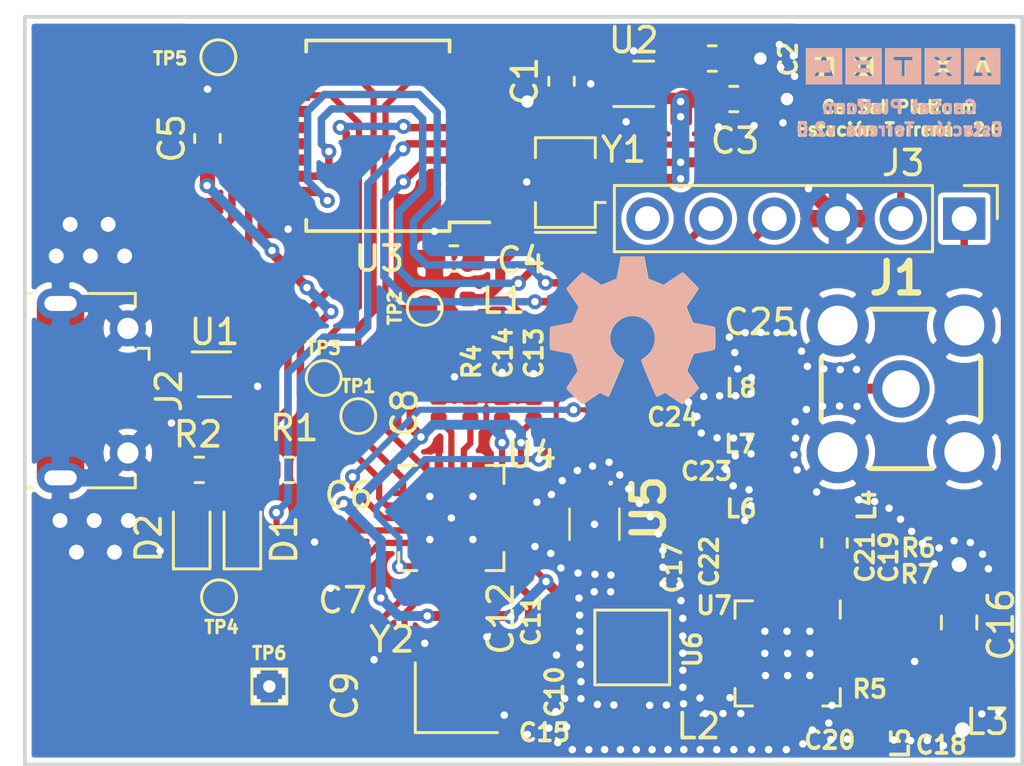
<source format=kicad_pcb>
(kicad_pcb (version 20171130) (host pcbnew "(5.1.0)-1")
  (layers (0 F.Cu signal) (31 B.Cu signal) (34 B.Paste user) (35 F.Paste user) (36 B.SilkS user) (37 F.SilkS user) (38 B.Mask user) (39 F.Mask user) (44 Edge.Cuts user))
  (net 0 "")
  (net 1 "Net-(D2-Pad2)")
  (net 2 "Net-(D1-Pad2)")
  (net 3 +3V3)
  (net 4 GND)
  (net 5 "Net-(R4-Pad2)")
  (net 6 "Net-(C15-Pad1)")
  (net 7 "Net-(U1-Pad1)")
  (net 8 /USBaSPI/D-)
  (net 9 /USBaSPI/D+)
  (net 10 "Net-(U3-Pad2)")
  (net 11 "Net-(U3-Pad3)")
  (net 12 "Net-(U3-Pad7)")
  (net 13 "Net-(U3-Pad8)")
  (net 14 /USBaSPI/MOSI)
  (net 15 "Net-(U3-Pad10)")
  (net 16 /USBaSPI/SCK)
  (net 17 "Net-(U3-Pad12)")
  (net 18 /USBaSPI/MISO)
  (net 19 "Net-(U3-Pad14)")
  (net 20 "Net-(U3-Pad15)")
  (net 21 "Net-(U3-Pad16)")
  (net 22 /CC1101/ANT)
  (net 23 "Net-(C9-Pad1)")
  (net 24 "Net-(C10-Pad1)")
  (net 25 +5V)
  (net 26 "Net-(J2-Pad4)")
  (net 27 "Net-(C2-Pad1)")
  (net 28 "Net-(C7-Pad1)")
  (net 29 /CC1101/RF_P)
  (net 30 /CC1101/RF_N)
  (net 31 /CC1101/CS)
  (net 32 /USBaSPI/GP1)
  (net 33 "Net-(C17-Pad2)")
  (net 34 "Net-(C17-Pad1)")
  (net 35 VDD)
  (net 36 /CC1101/VDD_PA)
  (net 37 "Net-(C19-Pad2)")
  (net 38 "Net-(C19-Pad1)")
  (net 39 /CC1101/VDD_LNA)
  (net 40 /CC1101/TR_SW)
  (net 41 "Net-(C21-Pad1)")
  (net 42 /CC1101/LNA_IN)
  (net 43 "Net-(C24-Pad1)")
  (net 44 "Net-(J3-Pad6)")
  (net 45 /USBaSPI/MCLR)
  (net 46 "Net-(L2-Pad2)")
  (net 47 "Net-(R5-Pad1)")
  (net 48 "Net-(R6-Pad1)")
  (net 49 "Net-(R7-Pad1)")
  (net 50 "Net-(U2-Pad5)")
  (net 51 /CC1101/GDO0)
  (net 52 /CC1101/GDO2)
  (module Package_SO:SSOP-20_5.3x7.2mm_P0.65mm (layer F.Cu) (at 14.1592 4.7682 180)
    (fp_text reference U3 (at -0.0508 -4.9276 180) (layer F.SilkS))
    (fp_text value PIC18F14K50)
    (pad 1 smd rect (at -3.6 -2.925 180) (size 1.75 0.45) (layers F.Cu F.Paste F.Mask) (net 3 +3V3))
    (pad 2 smd rect (at -3.6 -2.275 180) (size 1.75 0.45) (layers F.Cu F.Paste F.Mask) (net 10 "Net-(U3-Pad2)"))
    (pad 3 smd rect (at -3.6 -1.625 180) (size 1.75 0.45) (layers F.Cu F.Paste F.Mask) (net 11 "Net-(U3-Pad3)"))
    (pad 4 smd rect (at -3.6 -0.975 180) (size 1.75 0.45) (layers F.Cu F.Paste F.Mask) (net 45 /USBaSPI/MCLR))
    (pad 5 smd rect (at -3.6 -0.325 180) (size 1.75 0.45) (layers F.Cu F.Paste F.Mask) (net 31 /CC1101/CS))
    (pad 6 smd rect (at -3.6 0.325 180) (size 1.75 0.45) (layers F.Cu F.Paste F.Mask) (net 32 /USBaSPI/GP1))
    (pad 7 smd rect (at -3.6 0.975 180) (size 1.75 0.45) (layers F.Cu F.Paste F.Mask) (net 12 "Net-(U3-Pad7)"))
    (pad 8 smd rect (at -3.6 1.625 180) (size 1.75 0.45) (layers F.Cu F.Paste F.Mask) (net 13 "Net-(U3-Pad8)"))
    (pad 9 smd rect (at -3.6 2.275 180) (size 1.75 0.45) (layers F.Cu F.Paste F.Mask) (net 14 /USBaSPI/MOSI))
    (pad 10 smd rect (at -3.6 2.925 180) (size 1.75 0.45) (layers F.Cu F.Paste F.Mask) (net 15 "Net-(U3-Pad10)"))
    (pad 11 smd rect (at 3.6 2.925 180) (size 1.75 0.45) (layers F.Cu F.Paste F.Mask) (net 16 /USBaSPI/SCK))
    (pad 12 smd rect (at 3.6 2.275 180) (size 1.75 0.45) (layers F.Cu F.Paste F.Mask) (net 17 "Net-(U3-Pad12)"))
    (pad 13 smd rect (at 3.6 1.625 180) (size 1.75 0.45) (layers F.Cu F.Paste F.Mask) (net 18 /USBaSPI/MISO))
    (pad 14 smd rect (at 3.6 0.975 180) (size 1.75 0.45) (layers F.Cu F.Paste F.Mask) (net 19 "Net-(U3-Pad14)"))
    (pad 15 smd rect (at 3.6 0.325 180) (size 1.75 0.45) (layers F.Cu F.Paste F.Mask) (net 20 "Net-(U3-Pad15)"))
    (pad 16 smd rect (at 3.6 -0.325 180) (size 1.75 0.45) (layers F.Cu F.Paste F.Mask) (net 21 "Net-(U3-Pad16)"))
    (pad 17 smd rect (at 3.6 -0.975 180) (size 1.75 0.45) (layers F.Cu F.Paste F.Mask) (net 3 +3V3))
    (pad 18 smd rect (at 3.6 -1.625 180) (size 1.75 0.45) (layers F.Cu F.Paste F.Mask) (net 8 /USBaSPI/D-))
    (pad 19 smd rect (at 3.6 -2.275 180) (size 1.75 0.45) (layers F.Cu F.Paste F.Mask) (net 9 /USBaSPI/D+))
    (pad 20 smd rect (at 3.6 -2.925 180) (size 1.75 0.45) (layers F.Cu F.Paste F.Mask) (net 4 GND))
  )
  (module Package_DFN_QFN:Texas_S-PVQFN-N16_EP2.7x2.7mm (layer F.Cu) (at 30.593 25.5454 270)
    (fp_text reference U7 (at -1.92024 2.95656 180) (layer F.SilkS) (effects (font (size 0.7 0.7))))
    (fp_text value CC1190)
    (pad 17 smd roundrect (at 0 0 270) (size 2.2 2.2) (layers F.Cu F.Mask) (roundrect_rratio 0.09300000000000001) (net 4 GND))
    (pad 1 smd roundrect (at -1.9625 -0.975 270) (size 0.825 0.35) (layers F.Cu F.Paste F.Mask) (net 4 GND))
    (pad 2 smd roundrect (at -1.9625 -0.325 270) (size 0.825 0.35) (layers F.Cu F.Paste F.Mask) (net 38 "Net-(C19-Pad1)"))
    (pad 3 smd roundrect (at -1.9625 0.325 270) (size 0.825 0.35) (layers F.Cu F.Paste F.Mask) (net 4 GND))
    (pad 4 smd roundrect (at -1.9625 0.975 270) (size 0.825 0.35) (layers F.Cu F.Paste F.Mask) (net 40 /CC1101/TR_SW))
    (pad 5 smd roundrect (at -0.975 1.9625 270) (size 0.35 0.825) (layers F.Cu F.Paste F.Mask) (net 42 /CC1101/LNA_IN))
    (pad 6 smd roundrect (at -0.325 1.9625 270) (size 0.35 0.825) (layers F.Cu F.Paste F.Mask) (net 3 +3V3))
    (pad 7 smd roundrect (at 0.325 1.9625 270) (size 0.35 0.825) (layers F.Cu F.Paste F.Mask) (net 51 /CC1101/GDO0))
    (pad 8 smd roundrect (at 0.975 1.9625 270) (size 0.35 0.825) (layers F.Cu F.Paste F.Mask) (net 52 /CC1101/GDO2))
    (pad 9 smd roundrect (at 1.9625 0.975 270) (size 0.825 0.35) (layers F.Cu F.Paste F.Mask) (net 4 GND))
    (pad 10 smd roundrect (at 1.9625 0.325 270) (size 0.825 0.35) (layers F.Cu F.Paste F.Mask) (net 46 "Net-(L2-Pad2)"))
    (pad 11 smd roundrect (at 1.9625 -0.325 270) (size 0.825 0.35) (layers F.Cu F.Paste F.Mask) (net 46 "Net-(L2-Pad2)"))
    (pad 12 smd roundrect (at 1.9625 -0.975 270) (size 0.825 0.35) (layers F.Cu F.Paste F.Mask) (net 4 GND))
    (pad 13 smd roundrect (at 0.975 -1.9625 270) (size 0.35 0.825) (layers F.Cu F.Paste F.Mask) (net 39 /CC1101/VDD_LNA))
    (pad 14 smd roundrect (at 0.325 -1.9625 270) (size 0.35 0.825) (layers F.Cu F.Paste F.Mask) (net 47 "Net-(R5-Pad1)"))
    (pad 15 smd roundrect (at -0.325 -1.9625 270) (size 0.35 0.825) (layers F.Cu F.Paste F.Mask) (net 49 "Net-(R7-Pad1)"))
    (pad 16 smd roundrect (at -0.975 -1.9625 270) (size 0.35 0.825) (layers F.Cu F.Paste F.Mask) (net 48 "Net-(R6-Pad1)"))
  )
  (module AXTEC:B39921B3588U410 (layer F.Cu) (at 24.35984 25.30664)
    (fp_text reference U6 (at 2.42316 0.08128 90) (layer F.SilkS) (effects (font (size 0.7 0.7))))
    (fp_text value B39921B3588U410)
    (pad 6 smd rect (at 1.2 1.125) (size 0.6 1.2) (layers F.Cu F.Paste F.Mask) (net 4 GND))
    (pad 4 smd rect (at -1.2 1.125) (size 0.6 1.2) (layers F.Cu F.Paste F.Mask) (net 4 GND))
    (pad 5 smd rect (at 0 1.125) (size 0.6 1.2) (layers F.Cu F.Paste F.Mask) (net 6 "Net-(C15-Pad1)"))
    (pad 1 smd rect (at 1.2 -0.889) (size 0.6 1.7) (layers F.Cu F.Paste F.Mask) (net 4 GND))
    (pad 2 smd rect (at 0 -1.125) (size 0.6 1.2) (layers F.Cu F.Paste F.Mask) (net 34 "Net-(C17-Pad1)"))
    (pad 3 smd rect (at -1.2 -1.125) (size 0.6 1.2) (layers F.Cu F.Paste F.Mask) (net 4 GND))
  )
  (module SamacSys_Parts:0915BM15A0001E (layer F.Cu) (at 22.846 20.3598)
    (fp_text reference U5 (at 2.17424 -0.64624 90) (layer F.SilkS) (effects (font (size 1.27 1.27) (thickness 0.254))))
    (fp_text value 0915BM15A0001E hide)
    (pad 1 smd rect (at 0.65 -0.9) (size 0.35 1) (layers F.Cu F.Paste) (net 33 "Net-(C17-Pad2)"))
    (pad 2 smd rect (at 0 -0.9) (size 0.35 1) (layers F.Cu F.Paste) (net 4 GND))
    (pad 3 smd rect (at -0.65 -0.9) (size 0.35 1) (layers F.Cu F.Paste) (net 30 /CC1101/RF_N))
    (pad 4 smd rect (at -0.65 0.9) (size 0.35 1) (layers F.Cu F.Paste) (net 29 /CC1101/RF_P))
    (pad 5 smd rect (at 0 0.9) (size 0.35 1) (layers F.Cu F.Paste) (net 4 GND))
    (pad 6 smd rect (at 0.65 0.9) (size 0.35 1) (layers F.Cu F.Paste) (net 4 GND))
  )
  (module Package_DFN_QFN:QFN-20-1EP_4x4mm_P0.5mm_EP2.5x2.5mm (layer F.Cu) (at 17.1056 20.1098)
    (fp_text reference U4 (at 3.2258 -2.5273) (layer F.SilkS))
    (fp_text value CC1101RGP)
    (pad 21 smd roundrect (at 0 0) (size 2.5 2.5) (layers F.Cu F.Mask) (roundrect_rratio 0.1) (net 4 GND))
    (pad 1 smd roundrect (at -1.9375 -1) (size 0.825 0.25) (layers F.Cu F.Paste F.Mask) (net 16 /USBaSPI/SCK))
    (pad 2 smd roundrect (at -1.9375 -0.5) (size 0.825 0.25) (layers F.Cu F.Paste F.Mask) (net 18 /USBaSPI/MISO))
    (pad 3 smd roundrect (at -1.9375 0) (size 0.825 0.25) (layers F.Cu F.Paste F.Mask) (net 52 /CC1101/GDO2))
    (pad 4 smd roundrect (at -1.9375 0.5) (size 0.825 0.25) (layers F.Cu F.Paste F.Mask) (net 35 VDD))
    (pad 5 smd roundrect (at -1.9375 1) (size 0.825 0.25) (layers F.Cu F.Paste F.Mask) (net 28 "Net-(C7-Pad1)"))
    (pad 6 smd roundrect (at -1 1.9375) (size 0.25 0.825) (layers F.Cu F.Paste F.Mask) (net 51 /CC1101/GDO0))
    (pad 7 smd roundrect (at -0.5 1.9375) (size 0.25 0.825) (layers F.Cu F.Paste F.Mask) (net 31 /CC1101/CS))
    (pad 8 smd roundrect (at 0 1.9375) (size 0.25 0.825) (layers F.Cu F.Paste F.Mask) (net 23 "Net-(C9-Pad1)"))
    (pad 9 smd roundrect (at 0.5 1.9375) (size 0.25 0.825) (layers F.Cu F.Paste F.Mask) (net 35 VDD))
    (pad 10 smd roundrect (at 1 1.9375) (size 0.25 0.825) (layers F.Cu F.Paste F.Mask) (net 24 "Net-(C10-Pad1)"))
    (pad 11 smd roundrect (at 1.9375 1) (size 0.825 0.25) (layers F.Cu F.Paste F.Mask) (net 35 VDD))
    (pad 12 smd roundrect (at 1.9375 0.5) (size 0.825 0.25) (layers F.Cu F.Paste F.Mask) (net 29 /CC1101/RF_P))
    (pad 13 smd roundrect (at 1.9375 0) (size 0.825 0.25) (layers F.Cu F.Paste F.Mask) (net 30 /CC1101/RF_N))
    (pad 14 smd roundrect (at 1.9375 -0.5) (size 0.825 0.25) (layers F.Cu F.Paste F.Mask) (net 35 VDD))
    (pad 15 smd roundrect (at 1.9375 -1) (size 0.825 0.25) (layers F.Cu F.Paste F.Mask) (net 35 VDD))
    (pad 16 smd roundrect (at 1 -1.9375) (size 0.25 0.825) (layers F.Cu F.Paste F.Mask) (net 4 GND))
    (pad 17 smd roundrect (at 0.5 -1.9375) (size 0.25 0.825) (layers F.Cu F.Paste F.Mask) (net 5 "Net-(R4-Pad2)"))
    (pad 18 smd roundrect (at 0 -1.9375) (size 0.25 0.825) (layers F.Cu F.Paste F.Mask) (net 35 VDD))
    (pad 19 smd roundrect (at -0.5 -1.9375) (size 0.25 0.825) (layers F.Cu F.Paste F.Mask) (net 4 GND))
    (pad 20 smd roundrect (at -1 -1.9375) (size 0.25 0.825) (layers F.Cu F.Paste F.Mask) (net 14 /USBaSPI/MOSI))
  )
  (module Package_DFN_QFN:MLF-6-1EP_1.6x1.6mm_P0.5mm_EP0.5x1.26mm (layer F.Cu) (at 24.4208 2.6854)
    (fp_text reference U2 (at 0 -1.75) (layer F.SilkS))
    (fp_text value MIC5353-3.3YMT)
    (pad 7 smd roundrect (at 0 0) (size 0.5 1.26) (layers F.Cu F.Mask) (net 4 GND))
    (pad 1 smd roundrect (at -0.8 -0.5) (size 0.7 0.25) (layers F.Cu F.Paste F.Mask) (net 25 +5V))
    (pad 2 smd roundrect (at -0.8 0) (size 0.7 0.25) (layers F.Cu F.Paste F.Mask) (net 4 GND))
    (pad 3 smd roundrect (at -0.8 0.5) (size 0.7 0.25) (layers F.Cu F.Paste F.Mask) (net 25 +5V))
    (pad 4 smd roundrect (at 0.8 0.5) (size 0.7 0.25) (layers F.Cu F.Paste F.Mask) (net 3 +3V3))
    (pad 5 smd roundrect (at 0.8 0) (size 0.7 0.25) (layers F.Cu F.Paste F.Mask) (net 50 "Net-(U2-Pad5)"))
    (pad 6 smd roundrect (at 0.8 -0.5) (size 0.7 0.25) (layers F.Cu F.Paste F.Mask) (net 27 "Net-(C2-Pad1)"))
  )
  (module Resistor_SMD:R_0402_1005Metric (layer F.Cu) (at 34.80432 24.66656)
    (fp_text reference R7 (at 1.00584 -2.29616 180) (layer F.SilkS) (effects (font (size 0.7 0.7))))
    (fp_text value 47R)
    (pad 1 smd roundrect (at -0.485 0) (size 0.59 0.64) (layers F.Cu F.Paste F.Mask) (net 49 "Net-(R7-Pad1)"))
    (pad 2 smd roundrect (at 0.485 0) (size 0.59 0.64) (layers F.Cu F.Paste F.Mask) (net 36 /CC1101/VDD_PA))
  )
  (module Resistor_SMD:R_0402_1005Metric (layer F.Cu) (at 34.80432 23.36608)
    (fp_text reference R6 (at 1.03632 -2.05232) (layer F.SilkS) (effects (font (size 0.7 0.7))))
    (fp_text value 10R)
    (pad 1 smd roundrect (at -0.485 0) (size 0.59 0.64) (layers F.Cu F.Paste F.Mask) (net 48 "Net-(R6-Pad1)"))
    (pad 2 smd roundrect (at 0.485 0) (size 0.59 0.64) (layers F.Cu F.Paste F.Mask) (net 36 /CC1101/VDD_PA))
  )
  (module Resistor_SMD:R_0402_1005Metric (layer F.Cu) (at 34.33696 25.88068)
    (fp_text reference R5 (at -0.45212 1.09728) (layer F.SilkS) (effects (font (size 0.7 0.7))))
    (fp_text value 3.3k)
    (pad 1 smd roundrect (at -0.485 0) (size 0.59 0.64) (layers F.Cu F.Paste F.Mask) (net 47 "Net-(R5-Pad1)"))
    (pad 2 smd roundrect (at 0.485 0) (size 0.59 0.64) (layers F.Cu F.Paste F.Mask) (net 4 GND))
  )
  (module Inductor_SMD:L_0402_1005Metric (layer F.Cu) (at 30.45076 14.91804 180)
    (fp_text reference L8 (at 1.73736 0.02032 180) (layer F.SilkS) (effects (font (size 0.7 0.7))))
    (fp_text value 9.1nH)
    (pad 1 smd roundrect (at -0.485 0 180) (size 0.59 0.64) (layers F.Cu F.Paste F.Mask) (net 22 /CC1101/ANT))
    (pad 2 smd roundrect (at 0.485 0 180) (size 0.59 0.64) (layers F.Cu F.Paste F.Mask) (net 43 "Net-(C24-Pad1)"))
  )
  (module Inductor_SMD:L_0402_1005Metric (layer F.Cu) (at 29.958 16.5284 270)
    (fp_text reference L7 (at 0.61468 1.28016 180) (layer F.SilkS) (effects (font (size 0.7 0.7))))
    (fp_text value 2.9nH)
    (pad 1 smd roundrect (at -0.485 0 270) (size 0.59 0.64) (layers F.Cu F.Paste F.Mask) (net 43 "Net-(C24-Pad1)"))
    (pad 2 smd roundrect (at 0.485 0 270) (size 0.59 0.64) (layers F.Cu F.Paste F.Mask) (net 37 "Net-(C19-Pad2)"))
  )
  (module Inductor_SMD:L_0402_1005Metric (layer F.Cu) (at 30.45344 19.76436 180)
    (fp_text reference L6 (at 1.72988 0.0254 180) (layer F.SilkS) (effects (font (size 0.7 0.7))))
    (fp_text value 7.5nH)
    (pad 1 smd roundrect (at -0.485 0 180) (size 0.59 0.64) (layers F.Cu F.Paste F.Mask) (net 37 "Net-(C19-Pad2)"))
    (pad 2 smd roundrect (at 0.485 0 180) (size 0.59 0.64) (layers F.Cu F.Paste F.Mask) (net 41 "Net-(C21-Pad1)"))
  )
  (module Inductor_SMD:L_0402_1005Metric (layer F.Cu) (at 35.0888 27.50628 270)
    (fp_text reference L5 (at 1.64592 -0.0254 270) (layer F.SilkS) (effects (font (size 0.7 0.7))))
    (fp_text value 1.5nH)
    (pad 1 smd roundrect (at -0.485 0 270) (size 0.59 0.64) (layers F.Cu F.Paste F.Mask) (net 36 /CC1101/VDD_PA))
    (pad 2 smd roundrect (at 0.485 0 270) (size 0.59 0.64) (layers F.Cu F.Paste F.Mask) (net 39 /CC1101/VDD_LNA))
  )
  (module Inductor_SMD:L_0603_1608Metric_Pad1.05x0.95mm_HandSolder (layer F.Cu) (at 32.4726 21.1118 270)
    (fp_text reference L4 (at -1.51508 -1.29032 270) (layer F.SilkS) (effects (font (size 0.7 0.7))))
    (fp_text value 22nH)
    (pad 1 smd roundrect (at -0.875 0 270) (size 1.05 0.95) (layers F.Cu F.Paste F.Mask) (net 36 /CC1101/VDD_PA))
    (pad 2 smd roundrect (at 0.875 0 270) (size 1.05 0.95) (layers F.Cu F.Paste F.Mask) (net 38 "Net-(C19-Pad1)"))
  )
  (module Inductor_SMD:L_0402_1005Metric (layer F.Cu) (at 37.959 27.07448 180)
    (fp_text reference L3 (at -0.64008 -1.2192 180) (layer F.SilkS))
    (fp_text value 10nH)
    (pad 1 smd roundrect (at -0.485 0 180) (size 0.59 0.64) (layers F.Cu F.Paste F.Mask) (net 3 +3V3))
    (pad 2 smd roundrect (at 0.485 0 180) (size 0.59 0.64) (layers F.Cu F.Paste F.Mask) (net 36 /CC1101/VDD_PA))
  )
  (module Inductor_SMD:L_0402_1005Metric (layer F.Cu) (at 25.1852 28.4918)
    (fp_text reference L2 (at 1.8264 -0.0254) (layer F.SilkS))
    (fp_text value 10nH)
    (pad 1 smd roundrect (at -0.485 0) (size 0.59 0.64) (layers F.Cu F.Paste F.Mask) (net 6 "Net-(C15-Pad1)"))
    (pad 2 smd roundrect (at 0.485 0) (size 0.59 0.64) (layers F.Cu F.Paste F.Mask) (net 46 "Net-(L2-Pad2)"))
  )
  (module Inductor_SMD:L_0402_1005Metric (layer F.Cu) (at 17.75584 11.804 90)
    (fp_text reference L1 (at 0.41148 1.44272 180) (layer F.SilkS))
    (fp_text value Bead)
    (pad 1 smd roundrect (at -0.485 0 90) (size 0.59 0.64) (layers F.Cu F.Paste F.Mask) (net 35 VDD))
    (pad 2 smd roundrect (at 0.485 0 90) (size 0.59 0.64) (layers F.Cu F.Paste F.Mask) (net 3 +3V3))
  )
  (module Connector_PinHeader_2.54mm:PinHeader_1x06_P2.54mm_Vertical (layer F.Cu) (at 37.67452 8.0956 270)
    (fp_text reference J3 (at -2.23012 2.44348) (layer F.SilkS))
    (fp_text value ICSP)
    (pad 1 thru_hole rect (at 0 0 270) (size 1.7 1.7) (drill 1) (layers *.Cu *.Mask) (net 45 /USBaSPI/MCLR))
    (pad 2 thru_hole oval (at 0 2.54 270) (size 1.7 1.7) (drill 1) (layers *.Cu *.Mask) (net 3 +3V3))
    (pad 3 thru_hole oval (at 0 5.08 270) (size 1.7 1.7) (drill 1) (layers *.Cu *.Mask) (net 4 GND))
    (pad 4 thru_hole oval (at 0 7.62 270) (size 1.7 1.7) (drill 1) (layers *.Cu *.Mask) (net 9 /USBaSPI/D+))
    (pad 5 thru_hole oval (at 0 10.16 270) (size 1.7 1.7) (drill 1) (layers *.Cu *.Mask) (net 8 /USBaSPI/D-))
    (pad 6 thru_hole oval (at 0 12.7 270) (size 1.7 1.7) (drill 1) (layers *.Cu *.Mask) (net 44 "Net-(J3-Pad6)"))
  )
  (module SamacSys_Parts:5-1814832-1 (layer F.Cu) (at 35.1396 14.9282)
    (fp_text reference J1 (at -0.1524 -4.445) (layer F.SilkS) (effects (font (size 1.27 1.27) (thickness 0.254))))
    (fp_text value 5-1814832-1 hide)
    (pad 1 thru_hole circle (at 0 0) (size 2.3 2.3) (drill 1.5) (layers *.Cu *.Mask) (net 22 /CC1101/ANT))
    (pad 2 thru_hole circle (at -2.54 2.54) (size 2.5 2.5) (drill 1.6) (layers *.Cu *.Mask) (net 4 GND))
    (pad 3 thru_hole circle (at 2.54 2.54) (size 2.5 2.5) (drill 1.6) (layers *.Cu *.Mask) (net 4 GND))
    (pad 4 thru_hole circle (at 2.54 -2.54) (size 2.5 2.5) (drill 1.6) (layers *.Cu *.Mask) (net 4 GND))
    (pad 5 thru_hole circle (at -2.54 -2.54) (size 2.5 2.5) (drill 1.6) (layers *.Cu *.Mask) (net 4 GND))
  )
  (module Capacitor_SMD:C_0402_1005Metric (layer F.Cu) (at 29.84116 13.51088 180)
    (fp_text reference C25 (at 0.35052 1.26492 180) (layer F.SilkS))
    (fp_text value n.a)
    (pad 1 smd roundrect (at -0.485 0 180) (size 0.59 0.64) (layers F.Cu F.Paste F.Mask) (net 22 /CC1101/ANT))
    (pad 2 smd roundrect (at 0.485 0 180) (size 0.59 0.64) (layers F.Cu F.Paste F.Mask) (net 4 GND))
  )
  (module Capacitor_SMD:C_0402_1005Metric (layer F.Cu) (at 28.31956 16.04072 180)
    (fp_text reference C24 (at 2.33412 -0.02032 180) (layer F.SilkS) (effects (font (size 0.7 0.7))))
    (fp_text value 7.5pF)
    (pad 1 smd roundrect (at -0.485 0 180) (size 0.59 0.64) (layers F.Cu F.Paste F.Mask) (net 43 "Net-(C24-Pad1)"))
    (pad 2 smd roundrect (at 0.485 0 180) (size 0.59 0.64) (layers F.Cu F.Paste F.Mask) (net 4 GND))
  )
  (module Capacitor_SMD:C_0402_1005Metric (layer F.Cu) (at 29.48048 18.20988 180)
    (fp_text reference C23 (at 2.13868 -0.0254 180) (layer F.SilkS) (effects (font (size 0.7 0.7))))
    (fp_text value 3.3pF)
    (pad 1 smd roundrect (at -0.485 0 180) (size 0.59 0.64) (layers F.Cu F.Paste F.Mask) (net 37 "Net-(C19-Pad2)"))
    (pad 2 smd roundrect (at 0.485 0 180) (size 0.59 0.64) (layers F.Cu F.Paste F.Mask) (net 4 GND))
  )
  (module Capacitor_SMD:C_0402_1005Metric (layer F.Cu) (at 28.49496 21.86748 270)
    (fp_text reference C22 (at -0.01016 1.0414 270) (layer F.SilkS) (effects (font (size 0.7 0.7))))
    (fp_text value 12pF)
    (pad 1 smd roundrect (at -0.485 0 270) (size 0.59 0.64) (layers F.Cu F.Paste F.Mask) (net 40 /CC1101/TR_SW))
    (pad 2 smd roundrect (at 0.485 0 270) (size 0.59 0.64) (layers F.Cu F.Paste F.Mask) (net 42 /CC1101/LNA_IN))
  )
  (module Capacitor_SMD:C_0402_1005Metric (layer F.Cu) (at 29.61764 21.51964 270)
    (fp_text reference C21 (at 0.15988 -4.08432 270) (layer F.SilkS) (effects (font (size 0.7 0.7))))
    (fp_text value 12pF)
    (pad 2 smd roundrect (at 0.485 0 270) (size 0.59 0.64) (layers F.Cu F.Paste F.Mask) (net 40 /CC1101/TR_SW))
    (pad 1 smd roundrect (at -0.485 0 270) (size 0.59 0.64) (layers F.Cu F.Paste F.Mask) (net 41 "Net-(C21-Pad1)"))
  )
  (module Capacitor_SMD:C_0402_1005Metric (layer F.Cu) (at 33.93056 28.49448 270)
    (fp_text reference C20 (at 0.5358 1.64592 180) (layer F.SilkS) (effects (font (size 0.7 0.7))))
    (fp_text value 15pF)
    (pad 1 smd roundrect (at -0.485 0 270) (size 0.59 0.64) (layers F.Cu F.Paste F.Mask) (net 39 /CC1101/VDD_LNA))
    (pad 2 smd roundrect (at 0.485 0 270) (size 0.59 0.64) (layers F.Cu F.Paste F.Mask) (net 4 GND))
  )
  (module Capacitor_SMD:C_0402_1005Metric (layer F.Cu) (at 30.91304 21.50948 90)
    (fp_text reference C19 (at -0.17512 3.7338 90) (layer F.SilkS) (effects (font (size 0.7 0.7))))
    (fp_text value 47pF)
    (pad 1 smd roundrect (at -0.485 0 90) (size 0.59 0.64) (layers F.Cu F.Paste F.Mask) (net 38 "Net-(C19-Pad1)"))
    (pad 2 smd roundrect (at 0.485 0 90) (size 0.59 0.64) (layers F.Cu F.Paste F.Mask) (net 37 "Net-(C19-Pad2)"))
  )
  (module Capacitor_SMD:C_0402_1005Metric (layer F.Cu) (at 36.27752 27.552 270)
    (fp_text reference C18 (at 1.67132 -0.47752 180) (layer F.SilkS) (effects (font (size 0.7 0.7))))
    (fp_text value 15pF)
    (pad 1 smd roundrect (at -0.485 0 270) (size 0.59 0.64) (layers F.Cu F.Paste F.Mask) (net 36 /CC1101/VDD_PA))
    (pad 2 smd roundrect (at 0.485 0 270) (size 0.59 0.64) (layers F.Cu F.Paste F.Mask) (net 4 GND))
  )
  (module Capacitor_SMD:C_0805_2012Metric_Pad1.15x1.40mm_HandSolder (layer F.Cu) (at 37.47132 24.30588 90)
    (fp_text reference C16 (at -0.08128 1.6764 90) (layer F.SilkS))
    (fp_text value 10uF)
    (pad 1 smd roundrect (at -1.025 0 90) (size 1.15 1.4) (layers F.Cu F.Paste F.Mask) (roundrect_rratio 0.217391) (net 36 /CC1101/VDD_PA))
    (pad 2 smd roundrect (at 1.025 0 90) (size 1.15 1.4) (layers F.Cu F.Paste F.Mask) (roundrect_rratio 0.217391) (net 4 GND))
  )
  (module Capacitor_SMD:C_0402_1005Metric (layer F.Cu) (at 23.0238 28.4918 180)
    (fp_text reference C15 (at 2.1844 -0.2286 180) (layer F.SilkS) (effects (font (size 0.7 0.7))))
    (fp_text value 0.8pF)
    (pad 1 smd roundrect (at -0.485 0 180) (size 0.59 0.64) (layers F.Cu F.Paste F.Mask) (net 6 "Net-(C15-Pad1)"))
    (pad 2 smd roundrect (at 0.485 0 180) (size 0.59 0.64) (layers F.Cu F.Paste F.Mask) (net 4 GND))
  )
  (module Capacitor_SMD:C_0603_1608Metric (layer F.Cu) (at 7.32152 4.87488 90)
    (fp_text reference C5 (at 0 -1.43 90) (layer F.SilkS))
    (fp_text value 1uF)
    (pad 1 smd roundrect (at -0.7875 0 90) (size 0.875 0.95) (layers F.Cu F.Paste F.Mask) (net 3 +3V3))
    (pad 2 smd roundrect (at 0.7875 0 90) (size 0.875 0.95) (layers F.Cu F.Paste F.Mask) (net 4 GND))
  )
  (module Capacitor_SMD:C_0603_1608Metric (layer F.Cu) (at 28.434 3.295)
    (fp_text reference C3 (at 0.0508 1.6764) (layer F.SilkS))
    (fp_text value 1uF)
    (pad 1 smd roundrect (at -0.7875 0) (size 0.875 0.95) (layers F.Cu F.Paste F.Mask) (net 3 +3V3))
    (pad 2 smd roundrect (at 0.7875 0) (size 0.875 0.95) (layers F.Cu F.Paste F.Mask) (net 4 GND))
  )
  (module Capacitor_SMD:C_0603_1608Metric (layer F.Cu) (at 21.5252 2.5838 270)
    (fp_text reference C1 (at 0 1.4732 270) (layer F.SilkS))
    (fp_text value 1uF)
    (pad 1 smd roundrect (at -0.7875 0 270) (size 0.875 0.95) (layers F.Cu F.Paste F.Mask) (net 25 +5V))
    (pad 2 smd roundrect (at 0.7875 0 270) (size 0.875 0.95) (layers F.Cu F.Paste F.Mask) (net 4 GND))
  )
  (module AXTEC:Logo_AXTEC (layer B.Cu) (at 35.165 1.7837 180)
    (fp_text reference G*** hide)
    (fp_text value LOGO hide)
  )
  (module AXTEC:Logo_AXTEC (layer F.Cu) (at 35.292 1.7837)
    (fp_text reference G*** hide)
    (fp_text value LOGO hide)
  )
  (module TestPoint:TestPoint_Pad_D1.0mm (layer F.Cu) (at 7.7584 1.6186)
    (fp_text reference TP5 (at -1.9304 0.0508) (layer F.SilkS) (effects (font (size 0.5 0.5) (thickness 0.125))))
    (fp_text value TestPoint_3V3)
    (pad 1 smd circle (at 0 0) (size 1 1) (layers F.Cu F.Mask) (net 3 +3V3))
  )
  (module Symbol:OSHW-Symbol_6.7x6mm_SilkScreen (layer B.Cu) (at 24.37 12.5914 180)
    (fp_text reference REF** hide)
    (fp_text value OSHW-Symbol_6.7x6mm_SilkScreen hide)
  )
  (module Capacitor_SMD:C_0402_1005Metric (layer F.Cu) (at 24.6748 22.1418 90)
    (fp_text reference C17 (at 0.03048 1.30556 90) (layer F.SilkS) (effects (font (size 0.7 0.7))))
    (fp_text value 100pF)
    (pad 2 smd roundrect (at 0.485 0 90) (size 0.59 0.64) (layers F.Cu F.Paste F.Mask) (net 33 "Net-(C17-Pad2)"))
    (pad 1 smd roundrect (at -0.485 0 90) (size 0.59 0.64) (layers F.Cu F.Paste F.Mask) (net 34 "Net-(C17-Pad1)"))
  )
  (module Capacitor_SMD:C_0603_1608Metric (layer F.Cu) (at 17.2072 9.6958 180)
    (fp_text reference C4 (at -2.69748 -0.07112 180) (layer F.SilkS))
    (fp_text value 100nF)
    (pad 2 smd roundrect (at 0.7875 0 180) (size 0.875 0.95) (layers F.Cu F.Paste F.Mask) (net 4 GND))
    (pad 1 smd roundrect (at -0.7875 0 180) (size 0.875 0.95) (layers F.Cu F.Paste F.Mask) (net 3 +3V3))
  )
  (module Capacitor_SMD:C_0603_1608Metric (layer F.Cu) (at 27.5704 1.6694)
    (fp_text reference C2 (at 3.048 0.0254 90) (layer F.SilkS) (effects (font (size 0.7 0.7))))
    (fp_text value 100nF)
    (pad 1 smd roundrect (at -0.7875 0) (size 0.875 0.95) (layers F.Cu F.Paste F.Mask) (net 27 "Net-(C2-Pad1)"))
    (pad 2 smd roundrect (at 0.7875 0) (size 0.875 0.95) (layers F.Cu F.Paste F.Mask) (net 4 GND))
  )
  (module Connector_USB:USB_Micro-B_Molex-105017-0001 (layer F.Cu) (at 2.667 15 270)
    (fp_text reference J2 (at 0 -3.1125 270) (layer F.SilkS))
    (fp_text value USB_B_Micro)
    (pad 6 smd rect (at 1 1.2375 270) (size 1.5 1.9) (layers F.Cu F.Paste F.Mask) (net 4 GND))
    (pad 6 thru_hole circle (at -2.5 -1.4625 270) (size 1.45 1.45) (drill 0.85) (layers *.Cu *.Mask) (net 4 GND))
    (pad 2 smd rect (at -0.65 -1.4625 270) (size 0.4 1.35) (layers F.Cu F.Paste F.Mask) (net 8 /USBaSPI/D-))
    (pad 1 smd rect (at -1.3 -1.4625 270) (size 0.4 1.35) (layers F.Cu F.Paste F.Mask) (net 25 +5V))
    (pad 5 smd rect (at 1.3 -1.4625 270) (size 0.4 1.35) (layers F.Cu F.Paste F.Mask) (net 4 GND))
    (pad 4 smd rect (at 0.65 -1.4625 270) (size 0.4 1.35) (layers F.Cu F.Paste F.Mask) (net 26 "Net-(J2-Pad4)"))
    (pad 3 smd rect (at 0 -1.4625 270) (size 0.4 1.35) (layers F.Cu F.Paste F.Mask) (net 9 /USBaSPI/D+))
    (pad 6 thru_hole circle (at 2.5 -1.4625 270) (size 1.45 1.45) (drill 0.85) (layers *.Cu *.Mask) (net 4 GND))
    (pad 6 smd rect (at -1 1.2375 270) (size 1.5 1.9) (layers F.Cu F.Paste F.Mask) (net 4 GND))
    (pad 6 thru_hole oval (at -3.5 1.2375 90) (size 1.2 1.9) (drill oval 0.6 1.3) (layers *.Cu *.Mask) (net 4 GND))
    (pad 6 thru_hole oval (at 3.5 1.2375 270) (size 1.2 1.9) (drill oval 0.6 1.3) (layers *.Cu *.Mask) (net 4 GND))
    (pad 6 smd rect (at 2.9 1.2375 270) (size 1.2 1.9) (layers F.Cu F.Mask) (net 4 GND))
    (pad 6 smd rect (at -2.9 1.2375 270) (size 1.2 1.9) (layers F.Cu F.Mask) (net 4 GND))
  )
  (module Crystal:Crystal_SMD_2520-4Pin_2.5x2.0mm (layer F.Cu) (at 17.3088 27.3234)
    (fp_text reference Y2 (at -2.5908 -2.3368) (layer F.SilkS))
    (fp_text value "26 MHz")
    (pad 4 smd rect (at -0.875 -0.7) (size 1.15 1) (layers F.Cu F.Paste F.Mask) (net 4 GND))
    (pad 3 smd rect (at 0.875 -0.7) (size 1.15 1) (layers F.Cu F.Paste F.Mask) (net 24 "Net-(C10-Pad1)"))
    (pad 2 smd rect (at 0.875 0.7) (size 1.15 1) (layers F.Cu F.Paste F.Mask) (net 4 GND))
    (pad 1 smd rect (at -0.875 0.7) (size 1.15 1) (layers F.Cu F.Paste F.Mask) (net 23 "Net-(C9-Pad1)"))
  )
  (module Crystal:Resonator_SMD_muRata_CSTxExxV-3Pin_3.0x1.1mm (layer F.Cu) (at 21.6776 6.6478 90)
    (fp_text reference Y1 (at 1.3208 2.3368) (layer F.SilkS))
    (fp_text value 12MHz)
    (pad 3 smd rect (at 1.2 0 90) (size 0.4 1.9) (layers F.Cu F.Paste F.Mask) (net 11 "Net-(U3-Pad3)"))
    (pad 2 smd rect (at 0 0 90) (size 0.4 1.9) (layers F.Cu F.Paste F.Mask) (net 4 GND))
    (pad 1 smd rect (at -1.2 0 90) (size 0.4 1.9) (layers F.Cu F.Paste F.Mask) (net 10 "Net-(U3-Pad2)"))
  )
  (module LED_SMD:LED_0603_1608Metric (layer F.Cu) (at 8.7236 20.6686 90)
    (fp_text reference D1 (at -0.3048 1.6764 90) (layer F.SilkS))
    (fp_text value Verde)
    (pad 2 smd roundrect (at 0.7875 0 90) (size 0.875 0.95) (layers F.Cu F.Paste F.Mask) (net 2 "Net-(D1-Pad2)"))
    (pad 1 smd roundrect (at -0.7875 0 90) (size 0.875 0.95) (layers F.Cu F.Paste F.Mask) (net 4 GND))
  )
  (module LED_SMD:LED_0603_1608Metric (layer F.Cu) (at 6.6916 20.6686 90)
    (fp_text reference D2 (at -0.254 -1.7272 90) (layer F.SilkS))
    (fp_text value Rojo)
    (pad 1 smd roundrect (at -0.7875 0 90) (size 0.875 0.95) (layers F.Cu F.Paste F.Mask) (net 4 GND))
    (pad 2 smd roundrect (at 0.7875 0 90) (size 0.875 0.95) (layers F.Cu F.Paste F.Mask) (net 1 "Net-(D2-Pad2)"))
  )
  (module Package_TO_SOT_SMD:SOT-553 (layer F.Cu) (at 7.606 14.344)
    (fp_text reference U1 (at 0 -1.7) (layer F.SilkS))
    (fp_text value TPD2E2U06)
    (pad 1 smd rect (at -0.7 -0.5) (size 0.45 0.3) (layers F.Cu F.Paste F.Mask) (net 7 "Net-(U1-Pad1)"))
    (pad 3 smd rect (at -0.7 0.5) (size 0.45 0.3) (layers F.Cu F.Paste F.Mask) (net 9 /USBaSPI/D+))
    (pad 5 smd rect (at 0.7 -0.5) (size 0.45 0.3) (layers F.Cu F.Paste F.Mask) (net 8 /USBaSPI/D-))
    (pad 2 smd rect (at -0.7 0) (size 0.45 0.3) (layers F.Cu F.Paste F.Mask) (net 8 /USBaSPI/D-))
    (pad 4 smd rect (at 0.7 0.5) (size 0.45 0.3) (layers F.Cu F.Paste F.Mask) (net 4 GND))
  )
  (module Resistor_SMD:R_0603_1608Metric_Pad1.05x0.95mm_HandSolder (layer F.Cu) (at 10.6032 18.1794 180)
    (fp_text reference R1 (at -0.2032 1.6764 180) (layer F.SilkS))
    (fp_text value 220)
    (pad 2 smd roundrect (at 0.875 0 180) (size 1.05 0.95) (layers F.Cu F.Paste F.Mask) (net 2 "Net-(D1-Pad2)"))
    (pad 1 smd roundrect (at -0.875 0 180) (size 1.05 0.95) (layers F.Cu F.Paste F.Mask) (net 3 +3V3))
  )
  (module Resistor_SMD:R_0603_1608Metric_Pad1.05x0.95mm_HandSolder (layer F.Cu) (at 6.9964 18.1794 180)
    (fp_text reference R2 (at 0.0508 1.4224) (layer F.SilkS))
    (fp_text value 220)
    (pad 1 smd roundrect (at -0.875 0 180) (size 1.05 0.95) (layers F.Cu F.Paste F.Mask) (net 32 /USBaSPI/GP1))
    (pad 2 smd roundrect (at 0.875 0 180) (size 1.05 0.95) (layers F.Cu F.Paste F.Mask) (net 1 "Net-(D2-Pad2)"))
  )
  (module Capacitor_SMD:C_0402_1005Metric (layer F.Cu) (at 12.7368 20.3638 180)
    (fp_text reference C6 (at -0.254 1.1684 180) (layer F.SilkS))
    (fp_text value 100nF)
    (pad 2 smd roundrect (at 0.485 0 180) (size 0.59 0.64) (layers F.Cu F.Paste F.Mask) (net 4 GND))
    (pad 1 smd roundrect (at -0.485 0 180) (size 0.59 0.64) (layers F.Cu F.Paste F.Mask) (net 35 VDD))
  )
  (module Capacitor_SMD:C_0402_1005Metric (layer F.Cu) (at 12.7368 22.1418 180)
    (fp_text reference C7 (at 0 -1.27 180) (layer F.SilkS))
    (fp_text value 100nF)
    (pad 2 smd roundrect (at 0.485 0 180) (size 0.59 0.64) (layers F.Cu F.Paste F.Mask) (net 4 GND))
    (pad 1 smd roundrect (at -0.485 0 180) (size 0.59 0.64) (layers F.Cu F.Paste F.Mask) (net 28 "Net-(C7-Pad1)"))
  )
  (module Capacitor_SMD:C_0402_1005Metric (layer F.Cu) (at 16.5976 15.6764 90)
    (fp_text reference C8 (at -0.217 -1.3716 90) (layer F.SilkS))
    (fp_text value 100nF)
    (pad 2 smd roundrect (at 0.485 0 90) (size 0.59 0.64) (layers F.Cu F.Paste F.Mask) (net 4 GND))
    (pad 1 smd roundrect (at -0.485 0 90) (size 0.59 0.64) (layers F.Cu F.Paste F.Mask) (net 35 VDD))
  )
  (module Capacitor_SMD:C_0402_1005Metric (layer F.Cu) (at 14.0068 27.2471 90)
    (fp_text reference C9 (at 0 -1.17 90) (layer F.SilkS))
    (fp_text value 15pF)
    (pad 2 smd roundrect (at 0.485 0 90) (size 0.59 0.64) (layers F.Cu F.Paste F.Mask) (net 4 GND))
    (pad 1 smd roundrect (at -0.485 0 90) (size 0.59 0.64) (layers F.Cu F.Paste F.Mask) (net 23 "Net-(C9-Pad1)"))
  )
  (module Capacitor_SMD:C_0402_1005Metric (layer F.Cu) (at 20.1536 27.3234 270)
    (fp_text reference C10 (at -0.2286 -1.0922 270) (layer F.SilkS) (effects (font (size 0.7 0.7))))
    (fp_text value 15pF)
    (pad 1 smd roundrect (at -0.485 0 270) (size 0.59 0.64) (layers F.Cu F.Paste F.Mask) (net 24 "Net-(C10-Pad1)"))
    (pad 2 smd roundrect (at 0.485 0 270) (size 0.59 0.64) (layers F.Cu F.Paste F.Mask) (net 4 GND))
  )
  (module Capacitor_SMD:C_0402_1005Metric (layer F.Cu) (at 21.322 24.2246 270)
    (fp_text reference C11 (at 0 1.016 270) (layer F.SilkS) (effects (font (size 0.7 0.7))))
    (fp_text value 100nF)
    (pad 1 smd roundrect (at -0.485 0 270) (size 0.59 0.64) (layers F.Cu F.Paste F.Mask) (net 35 VDD))
    (pad 2 smd roundrect (at 0.485 0 270) (size 0.59 0.64) (layers F.Cu F.Paste F.Mask) (net 4 GND))
  )
  (module Capacitor_SMD:C_0402_1005Metric (layer F.Cu) (at 17.6136 24.4278 270)
    (fp_text reference C12 (at -0.2794 -1.4732 270) (layer F.SilkS))
    (fp_text value 100nF)
    (pad 2 smd roundrect (at 0.485 0 270) (size 0.59 0.64) (layers F.Cu F.Paste F.Mask) (net 4 GND))
    (pad 1 smd roundrect (at -0.485 0 270) (size 0.59 0.64) (layers F.Cu F.Paste F.Mask) (net 35 VDD))
  )
  (module Capacitor_SMD:C_0402_1005Metric (layer F.Cu) (at 20.4076 15.6902 90)
    (fp_text reference C13 (at 2.19456 0.01016 90) (layer F.SilkS) (effects (font (size 0.7 0.7))))
    (fp_text value 100nF)
    (pad 2 smd roundrect (at 0.485 0 90) (size 0.59 0.64) (layers F.Cu F.Paste F.Mask) (net 4 GND))
    (pad 1 smd roundrect (at -0.485 0 90) (size 0.59 0.64) (layers F.Cu F.Paste F.Mask) (net 35 VDD))
  )
  (module Capacitor_SMD:C_0402_1005Metric (layer F.Cu) (at 19.1376 15.6902 90)
    (fp_text reference C14 (at 2.19964 0.0508 90) (layer F.SilkS) (effects (font (size 0.7 0.7))))
    (fp_text value 100nF)
    (pad 1 smd roundrect (at -0.485 0 90) (size 0.59 0.64) (layers F.Cu F.Paste F.Mask) (net 35 VDD))
    (pad 2 smd roundrect (at 0.485 0 90) (size 0.59 0.64) (layers F.Cu F.Paste F.Mask) (net 4 GND))
  )
  (module Resistor_SMD:R_0402_1005Metric (layer F.Cu) (at 17.8676 15.6764 270)
    (fp_text reference R4 (at -1.83532 -0.0508 270) (layer F.SilkS) (effects (font (size 0.7 0.7))))
    (fp_text value 56k)
    (pad 2 smd roundrect (at 0.485 0 270) (size 0.59 0.64) (layers F.Cu F.Paste F.Mask) (net 5 "Net-(R4-Pad2)"))
    (pad 1 smd roundrect (at -0.485 0 270) (size 0.59 0.64) (layers F.Cu F.Paste F.Mask) (net 4 GND))
  )
  (module TestPoint:TestPoint_Pad_D1.0mm (layer F.Cu) (at 13.3718 16.0204)
    (fp_text reference TP1 (at 0 -1.2) (layer F.SilkS) (effects (font (size 0.5 0.5) (thickness 0.125))))
    (fp_text value TestPoint_SCK)
    (pad 1 smd circle (at 0 0) (size 1 1) (layers F.Cu F.Mask) (net 16 /USBaSPI/SCK))
  )
  (module TestPoint:TestPoint_Pad_D1.0mm (layer F.Cu) (at 16.0388 11.677)
    (fp_text reference TP2 (at -1.2 0 90) (layer F.SilkS) (effects (font (size 0.5 0.5) (thickness 0.125))))
    (fp_text value TestPoint_MOSI)
    (pad 1 smd circle (at 0 0) (size 1 1) (layers F.Cu F.Mask) (net 14 /USBaSPI/MOSI))
  )
  (module TestPoint:TestPoint_Pad_D1.0mm (layer F.Cu) (at 11.986 14.493)
    (fp_text reference TP3 (at 0 -1.2) (layer F.SilkS) (effects (font (size 0.5 0.5) (thickness 0.125))))
    (fp_text value TestPoint_MISO)
    (pad 1 smd circle (at 0 0) (size 1 1) (layers F.Cu F.Mask) (net 18 /USBaSPI/MISO))
  )
  (module TestPoint:TestPoint_Pad_D1.0mm (layer F.Cu) (at 7.786 23.293)
    (fp_text reference TP4 (at 0.1 1.2) (layer F.SilkS) (effects (font (size 0.5 0.5) (thickness 0.125))))
    (fp_text value TestPoint_CS)
    (pad 1 smd circle (at 0 0) (size 1 1) (layers F.Cu F.Mask) (net 31 /CC1101/CS))
  )
  (module TestPoint:TestPoint_THTPad_1.0x1.0mm_Drill0.5mm (layer F.Cu) (at 9.80564 26.87128)
    (fp_text reference TP6 (at 0 -1.3335 180) (layer F.SilkS) (effects (font (size 0.5 0.5) (thickness 0.125))))
    (fp_text value TestPoint_GND)
    (pad 1 thru_hole rect (at 0 0) (size 1 1) (drill 0.5) (layers *.Cu *.Mask) (net 4 GND))
  )
  (module Symbol:OSHW-Symbol_6.7x6mm_SilkScreen (layer F.Cu) (at 24.37 12.5914)
    (fp_text reference REF** hide)
    (fp_text value OSHW-Symbol_6.7x6mm_SilkScreen hide)
  )
  (gr_text "Estación Terrena v2.0" (at 35.0805 4.5202) (layer B.SilkS) (effects (font (size 0.5 0.5) (thickness 0.125)) (justify mirror)))
  (gr_text "CanSat Platform" (at 35.0805 3.6202) (layer B.SilkS) (effects (font (size 0.5 0.5) (thickness 0.125)) (justify mirror)))
  (gr_text "CanSat Platform" (at 35.0805 3.6202) (layer F.SilkS) (effects (font (size 0.5 0.5) (thickness 0.125))))
  (gr_text "Estación Terrena v2.0" (at 35.0805 4.5202) (layer F.SilkS) (effects (font (size 0.5 0.5) (thickness 0.125))))
  (gr_line (start 0 0) (end 40 0) (angle 90) (layer Edge.Cuts) (width 0.15))
  (gr_line (start 40 30) (end 40 0) (angle 90) (layer Edge.Cuts) (width 0.15))
  (gr_line (start 0 30) (end 0 0) (angle 90) (layer Edge.Cuts) (width 0.15))
  (gr_line (start 0 30) (end 40 30) (angle 90) (layer Edge.Cuts) (width 0.15))
  (segment (start 6.1214 19.3109) (end 6.6916 19.8811) (width 0.4) (layer F.Cu) (net 1))
  (segment (start 6.1214 18.1794) (end 6.1214 19.3109) (width 0.4) (layer F.Cu) (net 1))
  (segment (start 9.7282 18.8765) (end 8.7236 19.8811) (width 0.4) (layer F.Cu) (net 2))
  (segment (start 9.7282 18.1794) (end 9.7282 18.8765) (width 0.4) (layer F.Cu) (net 2))
  (segment (start 17.7592 9.4603) (end 17.9947 9.6958) (width 0.4) (layer F.Cu) (net 3))
  (segment (start 17.7592 7.6932) (end 17.7592 9.4603) (width 0.4) (layer F.Cu) (net 3))
  (segment (start 11.4782 15.5492) (end 11.05241 15.12341) (width 0.3) (layer F.Cu) (net 3))
  (segment (start 11.4782 18.1794) (end 11.4782 15.5492) (width 0.3) (layer F.Cu) (net 3))
  (segment (start 11.05241 15.12341) (end 11.05241 13.05659) (width 0.3) (layer F.Cu) (net 3))
  (segment (start 11.05241 13.05659) (end 12.2796 11.8294) (width 0.3) (layer F.Cu) (net 3))
  (via (at 12.2796 11.8294) (size 0.6) (drill 0.3) (layers F.Cu B.Cu) (net 3))
  (via (at 11.3144 10.8642) (size 0.6) (drill 0.3) (layers F.Cu B.Cu) (net 3))
  (segment (start 12.2796 11.8294) (end 11.3144 10.8642) (width 0.4) (layer B.Cu) (net 3))
  (via (at 26.3004 3.3966) (size 0.6) (drill 0.3) (layers F.Cu B.Cu) (net 3))
  (via (at 26.3004 4.0062) (size 0.6) (drill 0.3) (layers F.Cu B.Cu) (net 3))
  (segment (start 26.3004 3.3966) (end 26.3004 5.5302) (width 0.7) (layer B.Cu) (net 3))
  (segment (start 26.402 3.295) (end 26.3004 3.3966) (width 0.7) (layer F.Cu) (net 3))
  (segment (start 27.6465 3.295) (end 26.402 3.295) (width 0.7) (layer F.Cu) (net 3))
  (segment (start 26.3004 5.5302) (end 26.3004 6.4954) (width 0.7) (layer B.Cu) (net 3))
  (via (at 26.3004 6.4954) (size 0.6) (drill 0.3) (layers F.Cu B.Cu) (net 3))
  (via (at 26.3004 5.835) (size 0.6) (drill 0.3) (layers F.Cu B.Cu) (net 3))
  (segment (start 19.6964 4.7174) (end 22.9476 4.7174) (width 0.3) (layer F.Cu) (net 3))
  (segment (start 19.100398 4.121398) (end 19.6964 4.7174) (width 0.3) (layer F.Cu) (net 3))
  (segment (start 19.100398 1.378198) (end 19.100398 4.121398) (width 0.3) (layer F.Cu) (net 3))
  (segment (start 8.9268 1.4154) (end 9.2316 1.1106) (width 0.3) (layer F.Cu) (net 3))
  (segment (start 9.2316 1.1106) (end 18.8328 1.1106) (width 0.3) (layer F.Cu) (net 3))
  (segment (start 10.5592 5.7432) (end 9.3842 5.7432) (width 0.3) (layer F.Cu) (net 3))
  (segment (start 18.8328 1.1106) (end 19.100398 1.378198) (width 0.3) (layer F.Cu) (net 3))
  (segment (start 28.066376 25.2204) (end 28.6305 25.2204) (width 0.2) (layer F.Cu) (net 3))
  (segment (start 27.786611 24.940635) (end 28.066376 25.2204) (width 0.2) (layer F.Cu) (net 3))
  (segment (start 27.786611 19.750152) (end 27.786611 24.940635) (width 0.2) (layer F.Cu) (net 3))
  (segment (start 17.75584 11.319) (end 19.355459 11.319) (width 0.2) (layer F.Cu) (net 3))
  (segment (start 19.355459 11.319) (end 27.786611 19.750152) (width 0.2) (layer F.Cu) (net 3))
  (segment (start 17.75584 9.93466) (end 17.9947 9.6958) (width 0.6) (layer F.Cu) (net 3))
  (segment (start 24.0652 5.835) (end 26.3004 5.835) (width 0.3) (layer F.Cu) (net 3))
  (segment (start 22.9476 4.7174) (end 24.0652 5.835) (width 0.3) (layer F.Cu) (net 3))
  (segment (start 26.3004 5.835) (end 26.3004 6.4954) (width 0.7) (layer F.Cu) (net 3))
  (segment (start 38.9774 27.07448) (end 38.444 27.07448) (width 0.4) (layer F.Cu) (net 3))
  (segment (start 39.34584 26.70604) (end 38.9774 27.07448) (width 0.4) (layer F.Cu) (net 3))
  (segment (start 39.34584 6.45476) (end 39.34584 26.70604) (width 0.4) (layer F.Cu) (net 3))
  (segment (start 38.72608 5.835) (end 39.34584 6.45476) (width 0.4) (layer F.Cu) (net 3))
  (segment (start 26.3004 5.835) (end 33.02632 5.835) (width 0.4) (layer F.Cu) (net 3))
  (segment (start 18.4092 7.6932) (end 19.84538 9.12938) (width 0.4) (layer F.Cu) (net 3))
  (segment (start 17.7592 7.6932) (end 18.4092 7.6932) (width 0.4) (layer F.Cu) (net 3))
  (segment (start 24.1668 6.4954) (end 26.3004 6.4954) (width 0.4) (layer F.Cu) (net 3))
  (segment (start 23.46576 7.19644) (end 24.1668 6.4954) (width 0.4) (layer F.Cu) (net 3))
  (segment (start 23.46576 8.95412) (end 23.46576 7.19644) (width 0.4) (layer F.Cu) (net 3))
  (segment (start 19.84538 9.12938) (end 23.2905 9.12938) (width 0.4) (layer F.Cu) (net 3))
  (segment (start 23.2905 9.12938) (end 23.46576 8.95412) (width 0.4) (layer F.Cu) (net 3))
  (segment (start 35.13452 6.893519) (end 35.13452 5.835) (width 0.3) (layer F.Cu) (net 3))
  (segment (start 35.13452 8.0956) (end 35.13452 6.893519) (width 0.3) (layer F.Cu) (net 3))
  (segment (start 33.02632 5.835) (end 35.13452 5.835) (width 0.4) (layer F.Cu) (net 3))
  (segment (start 35.13452 5.835) (end 38.72608 5.835) (width 0.4) (layer F.Cu) (net 3))
  (segment (start 19.06648 9.90828) (end 19.84538 9.12938) (width 0.4) (layer F.Cu) (net 3))
  (segment (start 19.06648 10.70672) (end 19.06648 9.90828) (width 0.4) (layer F.Cu) (net 3))
  (segment (start 17.75584 11.319) (end 18.4542 11.319) (width 0.4) (layer F.Cu) (net 3))
  (segment (start 18.4542 11.319) (end 19.06648 10.70672) (width 0.4) (layer F.Cu) (net 3))
  (segment (start 7.40234 5.7432) (end 7.32152 5.66238) (width 0.4) (layer F.Cu) (net 3))
  (segment (start 8.9268 5.64704) (end 9.02296 5.7432) (width 0.3) (layer F.Cu) (net 3))
  (segment (start 10.5592 5.7432) (end 9.02296 5.7432) (width 0.4) (layer F.Cu) (net 3))
  (segment (start 9.02296 5.7432) (end 7.40234 5.7432) (width 0.4) (layer F.Cu) (net 3))
  (via (at 7.30628 6.76972) (size 0.6) (drill 0.3) (layers F.Cu B.Cu) (net 3))
  (segment (start 7.32152 5.66238) (end 7.32152 6.75448) (width 0.6) (layer F.Cu) (net 3))
  (segment (start 7.32152 6.75448) (end 7.30628 6.76972) (width 0.6) (layer F.Cu) (net 3))
  (via (at 9.91232 9.37576) (size 0.6) (drill 0.3) (layers F.Cu B.Cu) (net 3))
  (segment (start 7.30628 6.76972) (end 9.91232 9.37576) (width 0.4) (layer B.Cu) (net 3))
  (segment (start 9.91232 9.46212) (end 11.3144 10.8642) (width 0.4) (layer F.Cu) (net 3))
  (segment (start 9.91232 9.37576) (end 9.91232 9.46212) (width 0.4) (layer F.Cu) (net 3))
  (segment (start 7.7584 1.6186) (end 8.9268 1.6186) (width 0.3) (layer F.Cu) (net 3))
  (segment (start 8.9268 1.4154) (end 8.9268 1.6186) (width 0.3) (layer F.Cu) (net 3))
  (segment (start 8.9268 1.6186) (end 8.9268 5.64704) (width 0.3) (layer F.Cu) (net 3))
  (via (at 30.593 25.5454) (size 0.6) (drill 0.3) (layers F.Cu B.Cu) (net 4))
  (via (at 31.482 25.5454) (size 0.6) (drill 0.3) (layers F.Cu B.Cu) (net 4))
  (via (at 29.6786 25.5454) (size 0.6) (drill 0.3) (layers F.Cu B.Cu) (net 4))
  (via (at 30.5676 24.6564) (size 0.6) (drill 0.3) (layers F.Cu B.Cu) (net 4))
  (via (at 30.593 26.4344) (size 0.6) (drill 0.3) (layers F.Cu B.Cu) (net 4))
  (via (at 29.704 26.4344) (size 0.6) (drill 0.3) (layers F.Cu B.Cu) (net 4))
  (via (at 31.482 26.4344) (size 0.6) (drill 0.3) (layers F.Cu B.Cu) (net 4))
  (via (at 31.482 24.6564) (size 0.6) (drill 0.3) (layers F.Cu B.Cu) (net 4))
  (via (at 29.6786 24.6564) (size 0.6) (drill 0.3) (layers F.Cu B.Cu) (net 4))
  (via (at 3.9992 9.5942) (size 1.2) (drill 0.6) (layers F.Cu B.Cu) (net 4))
  (via (at 2.6276 9.5942) (size 1.2) (drill 0.6) (layers F.Cu B.Cu) (net 4))
  (via (at 3.3388 8.3242) (size 1.2) (drill 0.6) (layers F.Cu B.Cu) (net 4))
  (via (at 1.8148 8.3242) (size 1.2) (drill 0.6) (layers F.Cu B.Cu) (net 4))
  (via (at 1.256 9.5942) (size 1.2) (drill 0.6) (layers F.Cu B.Cu) (net 4))
  (via (at 2.78 20.2114) (size 1.2) (drill 0.6) (layers F.Cu B.Cu) (net 4))
  (via (at 4.1516 20.2114) (size 1.2) (drill 0.6) (layers F.Cu B.Cu) (net 4))
  (via (at 2.0688 21.4814) (size 1.2) (drill 0.6) (layers F.Cu B.Cu) (net 4))
  (via (at 3.5928 21.4814) (size 1.2) (drill 0.6) (layers F.Cu B.Cu) (net 4))
  (via (at 17.1056 20.1098) (size 0.6) (drill 0.3) (layers F.Cu B.Cu) (net 4))
  (via (at 16.242 19.2462) (size 0.6) (drill 0.3) (layers F.Cu B.Cu) (net 4))
  (via (at 17.9692 19.2462) (size 0.6) (drill 0.3) (layers F.Cu B.Cu) (net 4))
  (via (at 17.9692 20.9734) (size 0.6) (drill 0.3) (layers F.Cu B.Cu) (net 4))
  (via (at 16.242 20.9734) (size 0.6) (drill 0.3) (layers F.Cu B.Cu) (net 4))
  (via (at 9.3332 14.8266) (size 0.6) (drill 0.3) (layers F.Cu B.Cu) (net 4))
  (segment (start 8.306 14.844) (end 9.2998 14.844) (width 0.3) (layer F.Cu) (net 4))
  (via (at 5.8788 16.2998) (size 0.6) (drill 0.3) (layers F.Cu B.Cu) (net 4))
  (segment (start 4.1295 16.3) (end 5.8786 16.3) (width 0.4) (layer F.Cu) (net 4))
  (segment (start 5.8786 16.3) (end 5.8788 16.2998) (width 0.4) (layer F.Cu) (net 4))
  (segment (start 18.1056 19.1098) (end 17.9692 19.2462) (width 0.3) (layer F.Cu) (net 4))
  (via (at 16.0388 25.139) (size 0.6) (drill 0.3) (layers F.Cu B.Cu) (net 4))
  (segment (start 16.4338 26.6234) (end 16.4338 25.534) (width 0.4) (layer F.Cu) (net 4))
  (segment (start 16.4338 25.534) (end 16.0388 25.139) (width 0.4) (layer F.Cu) (net 4))
  (segment (start 22.846 21.2598) (end 22.846 20.3638) (width 0.3) (layer F.Cu) (net 4))
  (segment (start 22.846 20.3638) (end 22.846 19.4598) (width 0.3) (layer F.Cu) (net 4))
  (via (at 22.846 20.3638) (size 0.6) (drill 0.3) (layers F.Cu B.Cu) (net 4))
  (segment (start 23.496 21.2598) (end 22.846 21.2598) (width 0.3) (layer F.Cu) (net 4))
  (segment (start 6.6916 21.4561) (end 8.7236 21.4561) (width 0.4) (layer F.Cu) (net 4))
  (segment (start 18.1056 19.1098) (end 17.1056 20.1098) (width 0.25) (layer F.Cu) (net 4))
  (segment (start 18.1056 18.1723) (end 18.1056 19.1098) (width 0.25) (layer F.Cu) (net 4))
  (segment (start 16.6056 19.6098) (end 17.1056 20.1098) (width 0.25) (layer F.Cu) (net 4))
  (segment (start 16.6056 18.1723) (end 16.6056 19.6098) (width 0.25) (layer F.Cu) (net 4))
  (via (at 18.528 24.885) (size 0.6) (drill 0.3) (layers F.Cu B.Cu) (net 4))
  (segment (start 17.6136 24.9128) (end 18.5002 24.9128) (width 0.4) (layer F.Cu) (net 4))
  (segment (start 18.5002 24.9128) (end 18.528 24.885) (width 0.4) (layer F.Cu) (net 4))
  (via (at 22.86632 22.3704) (size 0.6) (drill 0.3) (layers F.Cu B.Cu) (net 4))
  (segment (start 22.846 21.2598) (end 22.846 22.446584) (width 0.3) (layer F.Cu) (net 4))
  (via (at 1.4084 20.2114) (size 1.2) (drill 0.6) (layers F.Cu B.Cu) (net 4))
  (via (at 20.1536 28.796602) (size 0.6) (drill 0.3) (layers F.Cu B.Cu) (net 4))
  (segment (start 20.1536 28.1109) (end 20.1536 28.796602) (width 0.4) (layer F.Cu) (net 4))
  (via (at 14.0068 25.799398) (size 0.6) (drill 0.3) (layers F.Cu B.Cu) (net 4))
  (segment (start 14.0068 26.4596) (end 14.0068 25.799398) (width 0.4) (layer F.Cu) (net 4))
  (segment (start 23.6208 2.6854) (end 24.4208 2.6854) (width 0.25) (layer F.Cu) (net 4))
  (via (at 22.6936 2.6854) (size 0.6) (drill 0.3) (layers F.Cu B.Cu) (net 4))
  (segment (start 23.6208 2.6854) (end 22.6936 2.6854) (width 0.25) (layer F.Cu) (net 4))
  (segment (start 24.4208 2.6854) (end 24.4208 1.3646) (width 0.5) (layer F.Cu) (net 4))
  (segment (start 24.4208 1.3646) (end 24.4208 1.3646) (width 0.5) (layer F.Cu) (net 4))
  (via (at 24.4208 1.3646) (size 0.6) (drill 0.3) (layers F.Cu B.Cu) (net 4))
  (segment (start 22.0077 3.3713) (end 22.6936 2.6854) (width 0.6) (layer F.Cu) (net 4))
  (segment (start 21.5252 3.3713) (end 22.0077 3.3713) (width 0.6) (layer F.Cu) (net 4))
  (segment (start 20.1789 3.3713) (end 20.1536 3.3966) (width 0.7) (layer F.Cu) (net 4))
  (segment (start 21.5252 3.3713) (end 20.1789 3.3713) (width 0.7) (layer F.Cu) (net 4))
  (via (at 20.1536 3.3966) (size 1) (drill 0.5) (layers F.Cu B.Cu) (net 4))
  (via (at 29.5008 1.6694) (size 1) (drill 0.5) (layers F.Cu B.Cu) (net 4))
  (segment (start 28.3579 1.6694) (end 29.5008 1.6694) (width 0.6) (layer F.Cu) (net 4))
  (via (at 24.116 4.2094) (size 0.6) (drill 0.3) (layers F.Cu B.Cu) (net 4))
  (segment (start 24.4208 2.6854) (end 24.4208 3.9046) (width 0.5) (layer F.Cu) (net 4))
  (segment (start 24.415999 3.909401) (end 24.116 4.2094) (width 0.5) (layer F.Cu) (net 4))
  (segment (start 24.4208 3.9046) (end 24.415999 3.909401) (width 0.5) (layer F.Cu) (net 4))
  (via (at 30.5676 3.295) (size 1) (drill 0.5) (layers F.Cu B.Cu) (net 4))
  (segment (start 29.2215 3.295) (end 30.5676 3.295) (width 0.7) (layer F.Cu) (net 4))
  (via (at 30.2628 1.1106) (size 0.6) (drill 0.3) (layers F.Cu B.Cu) (net 4))
  (via (at 30.8216 1.5678) (size 0.6) (drill 0.3) (layers F.Cu B.Cu) (net 4))
  (via (at 30.8724 2.3806) (size 0.6) (drill 0.3) (layers F.Cu B.Cu) (net 4))
  (via (at 30.3136 2.025) (size 0.6) (drill 0.3) (layers F.Cu B.Cu) (net 4))
  (via (at 30.405051 4.250051) (size 0.6) (drill 0.3) (layers F.Cu B.Cu) (net 4))
  (via (at 29.2468 4.3618) (size 0.6) (drill 0.3) (layers F.Cu B.Cu) (net 4))
  (via (at 27.8244 4.4126) (size 0.6) (drill 0.3) (layers F.Cu B.Cu) (net 4))
  (via (at 19.1376 14.2678) (size 0.6) (drill 0.3) (layers F.Cu B.Cu) (net 4))
  (segment (start 19.1376 15.2052) (end 19.1376 14.2678) (width 0.6) (layer F.Cu) (net 4))
  (via (at 20.4076 14.3186) (size 0.6) (drill 0.3) (layers F.Cu B.Cu) (net 4))
  (segment (start 20.4076 15.2052) (end 20.4076 14.3186) (width 0.6) (layer F.Cu) (net 4))
  (via (at 26.39184 26.90684) (size 0.6) (drill 0.3) (layers F.Cu B.Cu) (net 4))
  (segment (start 26.38444 26.91424) (end 26.39184 26.90684) (width 0.6) (layer F.Cu) (net 4))
  (segment (start 22.4164 18.2302) (end 22.3888 18.2302) (width 0.3) (layer F.Cu) (net 4))
  (segment (start 22.846 18.6598) (end 22.4164 18.2302) (width 0.3) (layer F.Cu) (net 4))
  (segment (start 22.846 19.4598) (end 22.846 18.6598) (width 0.3) (layer F.Cu) (net 4))
  (via (at 22.1602 18.2048) (size 0.6) (drill 0.3) (layers F.Cu B.Cu) (net 4))
  (via (at 5.421598 21.4306) (size 0.6) (drill 0.3) (layers F.Cu B.Cu) (net 4))
  (segment (start 5.447098 21.4561) (end 5.421598 21.4306) (width 0.4) (layer F.Cu) (net 4))
  (segment (start 6.6916 21.4561) (end 5.447098 21.4561) (width 0.4) (layer F.Cu) (net 4))
  (via (at 22.25164 24.66148) (size 0.6) (drill 0.3) (layers F.Cu B.Cu) (net 4))
  (via (at 11.619198 21.075) (size 0.6) (drill 0.3) (layers F.Cu B.Cu) (net 4))
  (segment (start 12.2391 20.3765) (end 12.2391 20.455098) (width 0.6) (layer F.Cu) (net 4))
  (segment (start 11.919197 20.775001) (end 11.619198 21.075) (width 0.6) (layer F.Cu) (net 4))
  (segment (start 12.2391 20.455098) (end 11.919197 20.775001) (width 0.6) (layer F.Cu) (net 4))
  (segment (start 19.9386 28.0234) (end 20.1536 27.8084) (width 0.6) (layer F.Cu) (net 4))
  (segment (start 18.1838 28.0234) (end 19.225 28.0234) (width 0.6) (layer F.Cu) (net 4))
  (segment (start 19.225 28.0234) (end 19.9386 28.0234) (width 0.6) (layer F.Cu) (net 4))
  (via (at 19.225 28.0234) (size 0.6) (drill 0.3) (layers F.Cu B.Cu) (net 4))
  (via (at 12.2542 22.929172) (size 0.6) (drill 0.3) (layers F.Cu B.Cu) (net 4))
  (segment (start 12.2518 22.926772) (end 12.2542 22.929172) (width 0.6) (layer F.Cu) (net 4))
  (segment (start 12.2518 22.1418) (end 12.2518 22.926772) (width 0.6) (layer F.Cu) (net 4))
  (via (at 17.2326 14.4456) (size 0.6) (drill 0.3) (layers F.Cu B.Cu) (net 4))
  (segment (start 17.2326 15.1314) (end 17.1726 15.1914) (width 0.6) (layer F.Cu) (net 4))
  (segment (start 17.2326 14.4456) (end 17.2326 15.1314) (width 0.6) (layer F.Cu) (net 4))
  (segment (start 16.5976 15.1914) (end 17.1726 15.1914) (width 0.6) (layer F.Cu) (net 4))
  (segment (start 17.1726 15.1914) (end 17.8676 15.1914) (width 0.6) (layer F.Cu) (net 4))
  (segment (start 29.618 26.5204) (end 30.593 25.5454) (width 0.35) (layer F.Cu) (net 4))
  (segment (start 29.618 27.5079) (end 29.618 26.5204) (width 0.35) (layer F.Cu) (net 4))
  (segment (start 31.568 26.5204) (end 30.593 25.5454) (width 0.35) (layer F.Cu) (net 4))
  (segment (start 31.568 27.5079) (end 31.568 26.5204) (width 0.35) (layer F.Cu) (net 4))
  (segment (start 30.268 25.2204) (end 30.593 25.5454) (width 0.35) (layer F.Cu) (net 4))
  (segment (start 30.268 23.5829) (end 30.268 25.2204) (width 0.35) (layer F.Cu) (net 4))
  (segment (start 31.568 24.5704) (end 30.593 25.5454) (width 0.35) (layer F.Cu) (net 4))
  (segment (start 31.568 23.5829) (end 31.568 24.5704) (width 0.35) (layer F.Cu) (net 4))
  (via (at 26.39184 26.22104) (size 0.6) (drill 0.3) (layers F.Cu B.Cu) (net 4))
  (via (at 26.31564 23.42704) (size 0.6) (drill 0.3) (layers F.Cu B.Cu) (net 4))
  (via (at 26.275 22.8022) (size 0.6) (drill 0.3) (layers F.Cu B.Cu) (net 4))
  (via (at 25.5892 22.7514) (size 0.6) (drill 0.3) (layers F.Cu B.Cu) (net 4))
  (via (at 25.5892 22.091) (size 0.6) (drill 0.3) (layers F.Cu B.Cu) (net 4))
  (via (at 25.5892 21.4052) (size 0.6) (drill 0.3) (layers F.Cu B.Cu) (net 4))
  (via (at 25.4114 20.7448) (size 0.6) (drill 0.3) (layers F.Cu B.Cu) (net 4))
  (via (at 25.0812 20.059) (size 0.6) (drill 0.3) (layers F.Cu B.Cu) (net 4))
  (via (at 24.6494 19.5256) (size 0.6) (drill 0.3) (layers F.Cu B.Cu) (net 4))
  (via (at 24.2176 18.9414) (size 0.6) (drill 0.3) (layers F.Cu B.Cu) (net 4))
  (via (at 26.41724 27.56724) (size 0.6) (drill 0.3) (layers F.Cu B.Cu) (net 4))
  (via (at 27.291 27.9584) (size 0.6) (drill 0.3) (layers F.Cu B.Cu) (net 4))
  (via (at 28.0022 27.9584) (size 0.6) (drill 0.3) (layers F.Cu B.Cu) (net 4))
  (via (at 28.7134 27.9584) (size 0.6) (drill 0.3) (layers F.Cu B.Cu) (net 4))
  (via (at 31.5836 28.6188) (size 0.6) (drill 0.3) (layers F.Cu B.Cu) (net 4))
  (via (at 31.2026 29.1776) (size 0.6) (drill 0.3) (layers F.Cu B.Cu) (net 4))
  (via (at 30.5422 29.4062) (size 0.6) (drill 0.3) (layers F.Cu B.Cu) (net 4))
  (via (at 29.831 29.4062) (size 0.6) (drill 0.3) (layers F.Cu B.Cu) (net 4))
  (via (at 29.1452 29.4062) (size 0.6) (drill 0.3) (layers F.Cu B.Cu) (net 4))
  (via (at 28.434 29.4062) (size 0.6) (drill 0.3) (layers F.Cu B.Cu) (net 4))
  (via (at 23.5064 22.40088) (size 0.6) (drill 0.3) (layers F.Cu B.Cu) (net 4))
  (via (at 23.49624 23.07144) (size 0.6) (drill 0.3) (layers F.Cu B.Cu) (net 4))
  (via (at 22.25164 24.01124) (size 0.6) (drill 0.3) (layers F.Cu B.Cu) (net 4))
  (via (at 22.25164 25.30664) (size 0.6) (drill 0.3) (layers F.Cu B.Cu) (net 4))
  (via (at 22.27704 25.99244) (size 0.6) (drill 0.3) (layers F.Cu B.Cu) (net 4))
  (via (at 22.30244 26.67824) (size 0.6) (drill 0.3) (layers F.Cu B.Cu) (net 4))
  (via (at 22.30244 27.36404) (size 0.6) (drill 0.3) (layers F.Cu B.Cu) (net 4))
  (segment (start 25.55984 24.41764) (end 25.55984 24.18284) (width 0.6) (layer F.Cu) (net 4))
  (segment (start 25.77044 26.22104) (end 25.55984 26.43164) (width 0.6) (layer F.Cu) (net 4))
  (segment (start 26.39184 26.22104) (end 25.77044 26.22104) (width 0.6) (layer F.Cu) (net 4))
  (segment (start 22.91324 26.67824) (end 23.15984 26.43164) (width 0.6) (layer F.Cu) (net 4))
  (segment (start 22.30244 26.67824) (end 22.91324 26.67824) (width 0.6) (layer F.Cu) (net 4))
  (via (at 22.83584 23.07144) (size 0.6) (drill 0.3) (layers F.Cu B.Cu) (net 4))
  (via (at 22.22624 23.32544) (size 0.6) (drill 0.3) (layers F.Cu B.Cu) (net 4))
  (via (at 22.96284 27.59264) (size 0.6) (drill 0.3) (layers F.Cu B.Cu) (net 4))
  (via (at 23.62324 27.61804) (size 0.6) (drill 0.3) (layers F.Cu B.Cu) (net 4))
  (via (at 25.73144 27.61804) (size 0.6) (drill 0.3) (layers F.Cu B.Cu) (net 4))
  (via (at 21.7284 28.4918) (size 0.6) (drill 0.3) (layers F.Cu B.Cu) (net 4))
  (segment (start 22.5388 28.4918) (end 21.7284 28.4918) (width 0.6) (layer F.Cu) (net 4))
  (via (at 21.2966 27.8822) (size 0.6) (drill 0.3) (layers F.Cu B.Cu) (net 4))
  (via (at 21.0172 28.5426) (size 0.6) (drill 0.3) (layers F.Cu B.Cu) (net 4))
  (via (at 27.7482 29.4062) (size 0.6) (drill 0.3) (layers F.Cu B.Cu) (net 4))
  (via (at 27.0878 29.4062) (size 0.6) (drill 0.3) (layers F.Cu B.Cu) (net 4))
  (via (at 26.4274 29.4062) (size 0.6) (drill 0.3) (layers F.Cu B.Cu) (net 4))
  (via (at 25.7924 29.4062) (size 0.6) (drill 0.3) (layers F.Cu B.Cu) (net 4))
  (via (at 25.1574 29.4062) (size 0.6) (drill 0.3) (layers F.Cu B.Cu) (net 4))
  (via (at 24.5224 29.4062) (size 0.6) (drill 0.3) (layers F.Cu B.Cu) (net 4))
  (via (at 23.8874 29.4062) (size 0.6) (drill 0.3) (layers F.Cu B.Cu) (net 4))
  (via (at 23.2524 29.4062) (size 0.6) (drill 0.3) (layers F.Cu B.Cu) (net 4))
  (via (at 22.6174 29.4062) (size 0.6) (drill 0.3) (layers F.Cu B.Cu) (net 4))
  (via (at 21.957 29.4062) (size 0.6) (drill 0.3) (layers F.Cu B.Cu) (net 4))
  (via (at 21.3728 29.1268) (size 0.6) (drill 0.3) (layers F.Cu B.Cu) (net 4))
  (segment (start 21.957 29.4062) (end 23.8874 29.4062) (width 0.5) (layer F.Cu) (net 4))
  (via (at 22.1856 22.3196) (size 0.6) (drill 0.3) (layers F.Cu B.Cu) (net 4))
  (via (at 20.4584 21.2528) (size 0.6) (drill 0.3) (layers F.Cu B.Cu) (net 4))
  (via (at 21.0934 21.5322) (size 0.6) (drill 0.3) (layers F.Cu B.Cu) (net 4))
  (via (at 21.4998 22.1164) (size 0.6) (drill 0.3) (layers F.Cu B.Cu) (net 4))
  (via (at 20.5346 19.4748) (size 0.6) (drill 0.3) (layers F.Cu B.Cu) (net 4))
  (via (at 21.1188 19.17) (size 0.6) (drill 0.3) (layers F.Cu B.Cu) (net 4))
  (via (at 21.5506 18.6112) (size 0.6) (drill 0.3) (layers F.Cu B.Cu) (net 4))
  (via (at 22.7698 18.027) (size 0.6) (drill 0.3) (layers F.Cu B.Cu) (net 4))
  (via (at 23.862 18.3826) (size 0.6) (drill 0.3) (layers F.Cu B.Cu) (net 4))
  (via (at 23.4302 17.8746) (size 0.6) (drill 0.3) (layers F.Cu B.Cu) (net 4))
  (via (at 28.2816 27.3234) (size 0.6) (drill 0.3) (layers F.Cu B.Cu) (net 4))
  (via (at 32.244 28.3394) (size 0.6) (drill 0.3) (layers F.Cu B.Cu) (net 4))
  (via (at 32.371 27.6282) (size 0.6) (drill 0.3) (layers F.Cu B.Cu) (net 4))
  (via (at 37.47132 21.97924) (size 1.2) (drill 0.6) (layers F.Cu B.Cu) (net 4))
  (segment (start 37.47132 23.28088) (end 37.47132 21.97924) (width 1) (layer F.Cu) (net 4))
  (via (at 37.6034 28.60864) (size 1.2) (drill 0.6) (layers F.Cu B.Cu) (net 4))
  (segment (start 36.84916 28.60864) (end 36.27752 28.037) (width 0.6) (layer F.Cu) (net 4))
  (segment (start 37.6034 28.60864) (end 36.84916 28.60864) (width 0.6) (layer F.Cu) (net 4))
  (via (at 32.99076 28.98456) (size 0.6) (drill 0.3) (layers F.Cu B.Cu) (net 4))
  (segment (start 33.93056 28.97948) (end 32.99584 28.97948) (width 0.6) (layer F.Cu) (net 4))
  (segment (start 32.99584 28.97948) (end 32.99076 28.98456) (width 0.6) (layer F.Cu) (net 4))
  (via (at 34.85004 29.02012) (size 0.6) (drill 0.3) (layers F.Cu B.Cu) (net 4))
  (via (at 35.52568 29.04552) (size 0.6) (drill 0.3) (layers F.Cu B.Cu) (net 4))
  (via (at 36.19116 29.04044) (size 0.6) (drill 0.3) (layers F.Cu B.Cu) (net 4))
  (via (at 36.8414 29.24364) (size 0.6) (drill 0.3) (layers F.Cu B.Cu) (net 4))
  (via (at 38.38064 27.97364) (size 0.6) (drill 0.3) (layers F.Cu B.Cu) (net 4))
  (via (at 39.06136 27.89744) (size 0.6) (drill 0.3) (layers F.Cu B.Cu) (net 4))
  (via (at 38.41112 21.56268) (size 0.6) (drill 0.3) (layers F.Cu B.Cu) (net 4))
  (via (at 37.92344 21.09532) (size 0.6) (drill 0.3) (layers F.Cu B.Cu) (net 4))
  (via (at 37.26812 21.0242) (size 0.6) (drill 0.3) (layers F.Cu B.Cu) (net 4))
  (via (at 36.66868 21.31376) (size 0.6) (drill 0.3) (layers F.Cu B.Cu) (net 4))
  (via (at 36.47056 21.94876) (size 0.6) (drill 0.3) (layers F.Cu B.Cu) (net 4))
  (via (at 38.64583 22.15196) (size 0.6) (drill 0.3) (layers F.Cu B.Cu) (net 4))
  (via (at 35.68824 25.87052) (size 0.6) (drill 0.3) (layers F.Cu B.Cu) (net 4))
  (segment (start 34.82196 25.88068) (end 35.67808 25.88068) (width 0.6) (layer F.Cu) (net 4))
  (segment (start 35.67808 25.88068) (end 35.68824 25.87052) (width 0.6) (layer F.Cu) (net 4))
  (via (at 32.32528 29.00488) (size 0.6) (drill 0.3) (layers F.Cu B.Cu) (net 4))
  (via (at 21.6522 27.35896) (size 0.6) (drill 0.3) (layers F.Cu B.Cu) (net 4))
  (via (at 21.322 25.61144) (size 0.6) (drill 0.3) (layers F.Cu B.Cu) (net 4))
  (segment (start 21.322 24.7096) (end 21.322 25.61144) (width 0.6) (layer F.Cu) (net 4))
  (via (at 25.06088 27.6282) (size 0.6) (drill 0.3) (layers F.Cu B.Cu) (net 4))
  (via (at 27.07764 27.33864) (size 0.6) (drill 0.3) (layers F.Cu B.Cu) (net 4))
  (segment (start 25.83924 24.13824) (end 25.962326 24.13824) (width 0.6) (layer F.Cu) (net 4))
  (segment (start 25.962326 24.13824) (end 26.38659 24.13824) (width 0.6) (layer F.Cu) (net 4))
  (segment (start 25.55984 24.41764) (end 25.83924 24.13824) (width 0.6) (layer F.Cu) (net 4))
  (via (at 26.38659 25.53524) (size 0.6) (drill 0.3) (layers F.Cu B.Cu) (net 4))
  (via (at 26.38659 24.84944) (size 0.6) (drill 0.3) (layers F.Cu B.Cu) (net 4))
  (via (at 26.38659 24.13824) (size 0.6) (drill 0.3) (layers F.Cu B.Cu) (net 4))
  (via (at 35.99812 21.13596) (size 0.6) (drill 0.3) (layers F.Cu B.Cu) (net 4))
  (via (at 35.56632 20.64828) (size 0.6) (drill 0.3) (layers F.Cu B.Cu) (net 4))
  (via (at 35.11928 20.1606) (size 0.6) (drill 0.3) (layers F.Cu B.Cu) (net 4))
  (via (at 34.66208 19.71864) (size 0.6) (drill 0.3) (layers F.Cu B.Cu) (net 4))
  (via (at 34.08296 19.4494) (size 0.6) (drill 0.3) (layers F.Cu B.Cu) (net 4))
  (via (at 33.44288 19.37828) (size 0.6) (drill 0.3) (layers F.Cu B.Cu) (net 4))
  (via (at 28.1292 18.16416) (size 0.6) (drill 0.3) (layers F.Cu B.Cu) (net 4))
  (segment (start 28.99548 18.20988) (end 28.17492 18.20988) (width 0.4) (layer F.Cu) (net 4))
  (segment (start 28.17492 18.20988) (end 28.1292 18.16416) (width 0.4) (layer F.Cu) (net 4))
  (via (at 26.95572 16.03564) (size 0.6) (drill 0.3) (layers F.Cu B.Cu) (net 4))
  (segment (start 27.83456 16.04072) (end 26.9608 16.04072) (width 0.4) (layer F.Cu) (net 4))
  (segment (start 26.9608 16.04072) (end 26.95572 16.03564) (width 0.4) (layer F.Cu) (net 4))
  (via (at 28.47464 13.47024) (size 0.6) (drill 0.3) (layers F.Cu B.Cu) (net 4))
  (segment (start 29.35616 13.51088) (end 28.51528 13.51088) (width 0.4) (layer F.Cu) (net 4))
  (segment (start 28.51528 13.51088) (end 28.47464 13.47024) (width 0.4) (layer F.Cu) (net 4))
  (via (at 31.75632 19.0684) (size 0.6) (drill 0.3) (layers F.Cu B.Cu) (net 4))
  (via (at 30.974 18.1794) (size 0.6) (drill 0.3) (layers F.Cu B.Cu) (net 4))
  (via (at 30.847 17.57488) (size 0.6) (drill 0.3) (layers F.Cu B.Cu) (net 4))
  (via (at 30.90796 16.9094) (size 0.6) (drill 0.3) (layers F.Cu B.Cu) (net 4))
  (via (at 30.89272 16.249) (size 0.6) (drill 0.3) (layers F.Cu B.Cu) (net 4))
  (via (at 31.34484 15.75624) (size 0.6) (drill 0.3) (layers F.Cu B.Cu) (net 4))
  (via (at 31.99508 15.62416) (size 0.6) (drill 0.3) (layers F.Cu B.Cu) (net 4))
  (via (at 32.6758 15.61908) (size 0.6) (drill 0.3) (layers F.Cu B.Cu) (net 4))
  (via (at 33.37684 15.62924) (size 0.6) (drill 0.3) (layers F.Cu B.Cu) (net 4))
  (via (at 33.35652 14.15096) (size 0.6) (drill 0.3) (layers F.Cu B.Cu) (net 4))
  (via (at 32.7012 14.15096) (size 0.6) (drill 0.3) (layers F.Cu B.Cu) (net 4))
  (via (at 32.04588 14.12048) (size 0.6) (drill 0.3) (layers F.Cu B.Cu) (net 4))
  (via (at 31.38548 14.02396) (size 0.6) (drill 0.3) (layers F.Cu B.Cu) (net 4))
  (via (at 31.1518 13.41436) (size 0.6) (drill 0.3) (layers F.Cu B.Cu) (net 4))
  (via (at 30.82668 12.67776) (size 0.6) (drill 0.3) (layers F.Cu B.Cu) (net 4))
  (via (at 30.16628 12.67268) (size 0.6) (drill 0.3) (layers F.Cu B.Cu) (net 4))
  (via (at 29.52112 12.66252) (size 0.6) (drill 0.3) (layers F.Cu B.Cu) (net 4))
  (via (at 28.89628 12.67268) (size 0.6) (drill 0.3) (layers F.Cu B.Cu) (net 4))
  (via (at 28.2562 12.85048) (size 0.6) (drill 0.3) (layers F.Cu B.Cu) (net 4))
  (via (at 28.59148 14.12556) (size 0.6) (drill 0.3) (layers F.Cu B.Cu) (net 4))
  (via (at 29.14012 14.47608) (size 0.6) (drill 0.3) (layers F.Cu B.Cu) (net 4))
  (via (at 29.12488 15.11108) (size 0.6) (drill 0.3) (layers F.Cu B.Cu) (net 4))
  (via (at 28.50512 15.20252) (size 0.6) (drill 0.3) (layers F.Cu B.Cu) (net 4))
  (via (at 27.86504 15.2076) (size 0.6) (drill 0.3) (layers F.Cu B.Cu) (net 4))
  (via (at 27.23004 15.233) (size 0.6) (drill 0.3) (layers F.Cu B.Cu) (net 4))
  (via (at 26.61536 15.46668) (size 0.6) (drill 0.3) (layers F.Cu B.Cu) (net 4))
  (via (at 27.12844 16.70112) (size 0.6) (drill 0.3) (layers F.Cu B.Cu) (net 4))
  (via (at 27.76344 16.89416) (size 0.6) (drill 0.3) (layers F.Cu B.Cu) (net 4))
  (via (at 28.42384 16.90432) (size 0.6) (drill 0.3) (layers F.Cu B.Cu) (net 4))
  (via (at 29.06392 16.9094) (size 0.6) (drill 0.3) (layers F.Cu B.Cu) (net 4))
  (via (at 29.12488 17.53424) (size 0.6) (drill 0.3) (layers F.Cu B.Cu) (net 4))
  (via (at 28.49496 17.61552) (size 0.6) (drill 0.3) (layers F.Cu B.Cu) (net 4))
  (via (at 28.4086 18.81948) (size 0.6) (drill 0.3) (layers F.Cu B.Cu) (net 4))
  (via (at 29.0436 18.97696) (size 0.6) (drill 0.3) (layers F.Cu B.Cu) (net 4))
  (via (at 29.11472 19.60688) (size 0.6) (drill 0.3) (layers F.Cu B.Cu) (net 4))
  (via (at 28.87596 20.2114) (size 0.6) (drill 0.3) (layers F.Cu B.Cu) (net 4))
  (via (at 20.1282 6.6224) (size 0.6) (drill 0.3) (layers F.Cu B.Cu) (net 4))
  (segment (start 20.1536 6.6478) (end 20.1282 6.6224) (width 0.45) (layer F.Cu) (net 4))
  (segment (start 21.6776 6.6478) (end 20.1536 6.6478) (width 0.45) (layer F.Cu) (net 4))
  (via (at 16.42488 8.6036) (size 0.6) (drill 0.3) (layers F.Cu B.Cu) (net 4))
  (segment (start 16.4197 8.60878) (end 16.42488 8.6036) (width 0.4) (layer F.Cu) (net 4))
  (segment (start 16.4197 9.6958) (end 16.4197 8.60878) (width 0.4) (layer F.Cu) (net 4))
  (via (at 31.4312 6.89164) (size 0.6) (drill 0.3) (layers F.Cu B.Cu) (net 4))
  (segment (start 32.59452 8.0956) (end 32.59452 8.05496) (width 0.6) (layer F.Cu) (net 4))
  (segment (start 32.59452 8.05496) (end 31.4312 6.89164) (width 0.6) (layer F.Cu) (net 4))
  (via (at 7.3266 2.89876) (size 0.6) (drill 0.3) (layers F.Cu B.Cu) (net 4))
  (segment (start 7.32152 4.08738) (end 7.32152 2.90384) (width 0.6) (layer F.Cu) (net 4))
  (segment (start 7.32152 2.90384) (end 7.3266 2.89876) (width 0.6) (layer F.Cu) (net 4))
  (via (at 10.55748 8.51724) (size 0.6) (drill 0.3) (layers F.Cu B.Cu) (net 4))
  (segment (start 10.5592 7.6932) (end 10.5592 8.51552) (width 0.4) (layer F.Cu) (net 4))
  (segment (start 10.5592 8.51552) (end 10.55748 8.51724) (width 0.4) (layer F.Cu) (net 4))
  (segment (start 17.6056 18.1723) (end 17.6056 17.3746) (width 0.25) (layer F.Cu) (net 5))
  (segment (start 17.8676 17.1126) (end 17.8676 16.1614) (width 0.25) (layer F.Cu) (net 5))
  (segment (start 17.6056 17.3746) (end 17.8676 17.1126) (width 0.25) (layer F.Cu) (net 5))
  (segment (start 23.5088 28.4918) (end 24.7002 28.4918) (width 0.4) (layer F.Cu) (net 6))
  (segment (start 24.35984 28.15144) (end 24.7002 28.4918) (width 0.4) (layer F.Cu) (net 6))
  (segment (start 24.35984 26.43164) (end 24.35984 28.15144) (width 0.4) (layer F.Cu) (net 6))
  (segment (start 7.8774 13.844) (end 8.306 13.844) (width 0.2) (layer F.Cu) (net 8))
  (segment (start 6.906 14.344) (end 7.3774 14.344) (width 0.2) (layer F.Cu) (net 8))
  (segment (start 7.3774 14.344) (end 7.8774 13.844) (width 0.2) (layer F.Cu) (net 8))
  (segment (start 6.906 14.344) (end 4.1355 14.344) (width 0.3) (layer F.Cu) (net 8))
  (segment (start 4.1355 14.344) (end 4.1295 14.35) (width 0.2) (layer F.Cu) (net 8))
  (segment (start 8.306 13.067946) (end 8.306 13.844) (width 0.3) (layer F.Cu) (net 8))
  (segment (start 8.306 11.9186) (end 8.306 13.067946) (width 0.3) (layer F.Cu) (net 8))
  (segment (start 8.307254 11.907473) (end 8.306 11.9186) (width 0.3) (layer F.Cu) (net 8))
  (segment (start 8.310952 11.896905) (end 8.307254 11.907473) (width 0.3) (layer F.Cu) (net 8))
  (segment (start 8.316909 11.887425) (end 8.310952 11.896905) (width 0.3) (layer F.Cu) (net 8))
  (segment (start 8.324826 11.879508) (end 8.316909 11.887425) (width 0.3) (layer F.Cu) (net 8))
  (segment (start 8.334306 11.873551) (end 8.324826 11.879508) (width 0.3) (layer F.Cu) (net 8))
  (segment (start 8.344874 11.869853) (end 8.334306 11.873551) (width 0.3) (layer F.Cu) (net 8))
  (segment (start 8.367127 11.867346) (end 8.344874 11.869853) (width 0.3) (layer F.Cu) (net 8))
  (segment (start 8.377695 11.863648) (end 8.367127 11.867346) (width 0.3) (layer F.Cu) (net 8))
  (segment (start 8.387175 11.857691) (end 8.377695 11.863648) (width 0.3) (layer F.Cu) (net 8))
  (segment (start 8.395092 11.849774) (end 8.387175 11.857691) (width 0.3) (layer F.Cu) (net 8))
  (segment (start 8.401049 11.840294) (end 8.395092 11.849774) (width 0.3) (layer F.Cu) (net 8))
  (segment (start 8.404747 11.829726) (end 8.401049 11.840294) (width 0.3) (layer F.Cu) (net 8))
  (segment (start 8.406 11.8186) (end 8.404747 11.829726) (width 0.3) (layer F.Cu) (net 8))
  (segment (start 8.406 11.3186) (end 8.406 11.8186) (width 0.3) (layer F.Cu) (net 8))
  (segment (start 8.404747 11.307473) (end 8.406 11.3186) (width 0.3) (layer F.Cu) (net 8))
  (segment (start 8.401049 11.296905) (end 8.404747 11.307473) (width 0.3) (layer F.Cu) (net 8))
  (segment (start 8.395092 11.287425) (end 8.401049 11.296905) (width 0.3) (layer F.Cu) (net 8))
  (segment (start 8.387175 11.279508) (end 8.395092 11.287425) (width 0.3) (layer F.Cu) (net 8))
  (segment (start 8.377695 11.273551) (end 8.387175 11.279508) (width 0.3) (layer F.Cu) (net 8))
  (segment (start 8.367127 11.269853) (end 8.377695 11.273551) (width 0.3) (layer F.Cu) (net 8))
  (segment (start 8.356 11.2686) (end 8.367127 11.269853) (width 0.3) (layer F.Cu) (net 8))
  (segment (start 7.1603 11.2686) (end 8.356 11.2686) (width 0.3) (layer F.Cu) (net 8))
  (segment (start 7.093543 11.261078) (end 7.1603 11.2686) (width 0.3) (layer F.Cu) (net 8))
  (segment (start 7.030134 11.23889) (end 7.093543 11.261078) (width 0.3) (layer F.Cu) (net 8))
  (segment (start 6.973253 11.203149) (end 7.030134 11.23889) (width 0.3) (layer F.Cu) (net 8))
  (segment (start 6.92575 11.155646) (end 6.973253 11.203149) (width 0.3) (layer F.Cu) (net 8))
  (segment (start 6.890009 11.098765) (end 6.92575 11.155646) (width 0.3) (layer F.Cu) (net 8))
  (segment (start 6.867821 11.035356) (end 6.890009 11.098765) (width 0.3) (layer F.Cu) (net 8))
  (segment (start 6.8603 10.9686) (end 6.867821 11.035356) (width 0.3) (layer F.Cu) (net 8))
  (segment (start 6.867821 10.901843) (end 6.8603 10.9686) (width 0.3) (layer F.Cu) (net 8))
  (segment (start 6.890009 10.838434) (end 6.867821 10.901843) (width 0.3) (layer F.Cu) (net 8))
  (segment (start 8.404747 8.907473) (end 8.406 8.9186) (width 0.3) (layer F.Cu) (net 8))
  (segment (start 8.395092 8.887425) (end 8.401049 8.896905) (width 0.3) (layer F.Cu) (net 8))
  (segment (start 8.387175 8.879508) (end 8.395092 8.887425) (width 0.3) (layer F.Cu) (net 8))
  (segment (start 8.377695 8.873551) (end 8.387175 8.879508) (width 0.3) (layer F.Cu) (net 8))
  (segment (start 8.401049 8.896905) (end 8.404747 8.907473) (width 0.3) (layer F.Cu) (net 8))
  (segment (start 8.395092 10.087425) (end 8.401049 10.096905) (width 0.3) (layer F.Cu) (net 8))
  (segment (start 8.367127 8.869853) (end 8.377695 8.873551) (width 0.3) (layer F.Cu) (net 8))
  (segment (start 8.356 8.8686) (end 8.367127 8.869853) (width 0.3) (layer F.Cu) (net 8))
  (segment (start 7.093543 8.861078) (end 7.1603 8.8686) (width 0.3) (layer F.Cu) (net 8))
  (segment (start 7.030134 8.83889) (end 7.093543 8.861078) (width 0.3) (layer F.Cu) (net 8))
  (segment (start 6.973253 8.803149) (end 7.030134 8.83889) (width 0.3) (layer F.Cu) (net 8))
  (segment (start 6.890009 8.698765) (end 6.92575 8.755646) (width 0.3) (layer F.Cu) (net 8))
  (segment (start 6.867821 8.635356) (end 6.890009 8.698765) (width 0.3) (layer F.Cu) (net 8))
  (segment (start 6.867821 8.501843) (end 6.8603 8.5686) (width 0.3) (layer F.Cu) (net 8))
  (segment (start 6.890009 8.438434) (end 6.867821 8.501843) (width 0.3) (layer F.Cu) (net 8))
  (segment (start 8.27629 8.098765) (end 8.240549 8.155646) (width 0.3) (layer F.Cu) (net 8))
  (segment (start 6.92575 8.381553) (end 6.890009 8.438434) (width 0.3) (layer F.Cu) (net 8))
  (segment (start 8.406 8.9186) (end 8.406 9.4186) (width 0.3) (layer F.Cu) (net 8))
  (segment (start 8.298478 8.035356) (end 8.27629 8.098765) (width 0.3) (layer F.Cu) (net 8))
  (segment (start 8.240549 8.155646) (end 8.193046 8.203149) (width 0.3) (layer F.Cu) (net 8))
  (segment (start 8.306 7.9686) (end 8.298478 8.035356) (width 0.3) (layer F.Cu) (net 8))
  (segment (start 6.8603 8.5686) (end 6.867821 8.635356) (width 0.3) (layer F.Cu) (net 8))
  (segment (start 10.5592 6.3932) (end 8.775 6.3932) (width 0.3) (layer F.Cu) (net 8))
  (segment (start 7.1603 8.8686) (end 8.356 8.8686) (width 0.3) (layer F.Cu) (net 8))
  (segment (start 8.136165 8.23889) (end 8.072756 8.261078) (width 0.3) (layer F.Cu) (net 8))
  (segment (start 8.775 6.3932) (end 8.306 6.8622) (width 0.3) (layer F.Cu) (net 8))
  (segment (start 8.193046 8.203149) (end 8.136165 8.23889) (width 0.3) (layer F.Cu) (net 8))
  (segment (start 8.406 9.4186) (end 8.404747 9.429726) (width 0.3) (layer F.Cu) (net 8))
  (segment (start 7.1603 8.2686) (end 7.093543 8.276121) (width 0.3) (layer F.Cu) (net 8))
  (segment (start 6.92575 8.755646) (end 6.973253 8.803149) (width 0.3) (layer F.Cu) (net 8))
  (segment (start 8.072756 8.261078) (end 8.006 8.2686) (width 0.3) (layer F.Cu) (net 8))
  (segment (start 8.404747 9.429726) (end 8.401049 9.440294) (width 0.3) (layer F.Cu) (net 8))
  (segment (start 8.006 8.2686) (end 7.1603 8.2686) (width 0.3) (layer F.Cu) (net 8))
  (segment (start 6.973253 8.33405) (end 6.92575 8.381553) (width 0.3) (layer F.Cu) (net 8))
  (segment (start 8.306 6.8622) (end 8.306 7.9686) (width 0.3) (layer F.Cu) (net 8))
  (segment (start 7.093543 8.276121) (end 7.030134 8.298309) (width 0.3) (layer F.Cu) (net 8))
  (segment (start 7.030134 8.298309) (end 6.973253 8.33405) (width 0.3) (layer F.Cu) (net 8))
  (segment (start 8.401049 9.440294) (end 8.395092 9.449774) (width 0.3) (layer F.Cu) (net 8))
  (segment (start 8.395092 9.449774) (end 8.387175 9.457691) (width 0.3) (layer F.Cu) (net 8))
  (segment (start 8.387175 9.457691) (end 8.377695 9.463648) (width 0.3) (layer F.Cu) (net 8))
  (segment (start 8.377695 9.463648) (end 8.367127 9.467346) (width 0.3) (layer F.Cu) (net 8))
  (segment (start 8.367127 9.467346) (end 8.356 9.4686) (width 0.3) (layer F.Cu) (net 8))
  (segment (start 8.356 9.4686) (end 7.1603 9.4686) (width 0.3) (layer F.Cu) (net 8))
  (segment (start 7.1603 9.4686) (end 7.093543 9.476121) (width 0.3) (layer F.Cu) (net 8))
  (segment (start 7.093543 9.476121) (end 7.030134 9.498309) (width 0.3) (layer F.Cu) (net 8))
  (segment (start 7.030134 9.498309) (end 6.973253 9.53405) (width 0.3) (layer F.Cu) (net 8))
  (segment (start 6.973253 9.53405) (end 6.92575 9.581553) (width 0.3) (layer F.Cu) (net 8))
  (segment (start 6.92575 9.581553) (end 6.890009 9.638434) (width 0.3) (layer F.Cu) (net 8))
  (segment (start 6.890009 9.638434) (end 6.867821 9.701843) (width 0.3) (layer F.Cu) (net 8))
  (segment (start 6.867821 9.701843) (end 6.8603 9.7686) (width 0.3) (layer F.Cu) (net 8))
  (segment (start 6.8603 9.7686) (end 6.867821 9.835356) (width 0.3) (layer F.Cu) (net 8))
  (segment (start 6.867821 9.835356) (end 6.890009 9.898765) (width 0.3) (layer F.Cu) (net 8))
  (segment (start 6.890009 9.898765) (end 6.92575 9.955646) (width 0.3) (layer F.Cu) (net 8))
  (segment (start 6.92575 9.955646) (end 6.973253 10.003149) (width 0.3) (layer F.Cu) (net 8))
  (segment (start 6.92575 10.781553) (end 6.890009 10.838434) (width 0.3) (layer F.Cu) (net 8))
  (segment (start 6.973253 10.003149) (end 7.030134 10.03889) (width 0.3) (layer F.Cu) (net 8))
  (segment (start 7.030134 10.03889) (end 7.093543 10.061078) (width 0.3) (layer F.Cu) (net 8))
  (segment (start 7.093543 10.061078) (end 7.1603 10.0686) (width 0.3) (layer F.Cu) (net 8))
  (segment (start 7.1603 10.0686) (end 8.356 10.0686) (width 0.3) (layer F.Cu) (net 8))
  (segment (start 8.356 10.0686) (end 8.367127 10.069853) (width 0.3) (layer F.Cu) (net 8))
  (segment (start 8.367127 10.069853) (end 8.377695 10.073551) (width 0.3) (layer F.Cu) (net 8))
  (segment (start 8.377695 10.073551) (end 8.387175 10.079508) (width 0.3) (layer F.Cu) (net 8))
  (segment (start 8.387175 10.079508) (end 8.395092 10.087425) (width 0.3) (layer F.Cu) (net 8))
  (segment (start 8.401049 10.096905) (end 8.404747 10.107473) (width 0.3) (layer F.Cu) (net 8))
  (segment (start 8.404747 10.107473) (end 8.406 10.1186) (width 0.3) (layer F.Cu) (net 8))
  (segment (start 8.406 10.1186) (end 8.406 10.6186) (width 0.3) (layer F.Cu) (net 8))
  (segment (start 8.406 10.6186) (end 8.404747 10.629726) (width 0.3) (layer F.Cu) (net 8))
  (segment (start 8.404747 10.629726) (end 8.401049 10.640294) (width 0.3) (layer F.Cu) (net 8))
  (segment (start 8.401049 10.640294) (end 8.395092 10.649774) (width 0.3) (layer F.Cu) (net 8))
  (segment (start 8.395092 10.649774) (end 8.387175 10.657691) (width 0.3) (layer F.Cu) (net 8))
  (segment (start 8.387175 10.657691) (end 8.377695 10.663648) (width 0.3) (layer F.Cu) (net 8))
  (segment (start 8.377695 10.663648) (end 8.367127 10.667346) (width 0.3) (layer F.Cu) (net 8))
  (segment (start 8.367127 10.667346) (end 8.356 10.6686) (width 0.3) (layer F.Cu) (net 8))
  (segment (start 8.356 10.6686) (end 7.1603 10.6686) (width 0.3) (layer F.Cu) (net 8))
  (segment (start 7.1603 10.6686) (end 7.093543 10.676121) (width 0.3) (layer F.Cu) (net 8))
  (segment (start 7.093543 10.676121) (end 7.030134 10.698309) (width 0.3) (layer F.Cu) (net 8))
  (segment (start 7.030134 10.698309) (end 6.973253 10.73405) (width 0.3) (layer F.Cu) (net 8))
  (segment (start 6.973253 10.73405) (end 6.92575 10.781553) (width 0.3) (layer F.Cu) (net 8))
  (via (at 12.19324 5.39812) (size 0.6) (drill 0.3) (layers F.Cu B.Cu) (net 8))
  (segment (start 12.19324 5.93416) (end 12.19324 5.39812) (width 0.3) (layer F.Cu) (net 8))
  (segment (start 10.5592 6.3932) (end 11.7342 6.3932) (width 0.3) (layer F.Cu) (net 8))
  (segment (start 11.7342 6.3932) (end 12.19324 5.93416) (width 0.3) (layer F.Cu) (net 8))
  (segment (start 15.95244 6.8764) (end 15.00756 7.82128) (width 0.3) (layer B.Cu) (net 8))
  (segment (start 12.29992 3.69124) (end 15.55112 3.69124) (width 0.3) (layer B.Cu) (net 8))
  (segment (start 27.51452 8.0956) (end 25.83304 9.77708) (width 0.3) (layer F.Cu) (net 8))
  (segment (start 11.893241 4.097919) (end 12.29992 3.69124) (width 0.3) (layer B.Cu) (net 8))
  (segment (start 25.83304 9.77708) (end 20.70732 9.77708) (width 0.3) (layer F.Cu) (net 8))
  (segment (start 15.00756 7.82128) (end 15.00756 10.13268) (width 0.3) (layer B.Cu) (net 8))
  (segment (start 12.19324 5.39812) (end 11.893241 5.098121) (width 0.3) (layer B.Cu) (net 8))
  (segment (start 15.55112 3.69124) (end 15.95244 4.09256) (width 0.3) (layer B.Cu) (net 8))
  (segment (start 20.70732 9.77708) (end 20.092919 10.391481) (width 0.3) (layer F.Cu) (net 8))
  (via (at 19.79292 10.69148) (size 0.6) (drill 0.3) (layers F.Cu B.Cu) (net 8))
  (segment (start 11.893241 5.098121) (end 11.893241 4.097919) (width 0.3) (layer B.Cu) (net 8))
  (segment (start 20.092919 10.391481) (end 19.79292 10.69148) (width 0.3) (layer F.Cu) (net 8))
  (segment (start 19.368656 10.69148) (end 19.79292 10.69148) (width 0.3) (layer B.Cu) (net 8))
  (segment (start 15.00756 10.13268) (end 15.56636 10.69148) (width 0.3) (layer B.Cu) (net 8))
  (segment (start 15.56636 10.69148) (end 19.368656 10.69148) (width 0.3) (layer B.Cu) (net 8))
  (segment (start 15.95244 4.09256) (end 15.95244 6.8764) (width 0.3) (layer B.Cu) (net 8))
  (segment (start 4.1295 15) (end 5.5022 15) (width 0.3) (layer F.Cu) (net 9))
  (segment (start 5.6582 14.844) (end 5.5022 15) (width 0.3) (layer F.Cu) (net 9))
  (segment (start 6.906 14.844) (end 5.6582 14.844) (width 0.3) (layer F.Cu) (net 9))
  (segment (start 6.911401 14.894001) (end 6.906 14.894001) (width 0.3) (layer F.Cu) (net 9))
  (segment (start 8.114 16.0966) (end 6.911401 14.894001) (width 0.3) (layer F.Cu) (net 9))
  (segment (start 9.3332 16.0966) (end 8.114 16.0966) (width 0.3) (layer F.Cu) (net 9))
  (segment (start 9.3842 7.0432) (end 8.9776 7.4498) (width 0.3) (layer F.Cu) (net 9))
  (segment (start 10.5592 7.0432) (end 9.3842 7.0432) (width 0.3) (layer F.Cu) (net 9))
  (segment (start 8.9776 7.4498) (end 8.9776 12.7946) (width 0.3) (layer F.Cu) (net 9))
  (segment (start 8.9776 12.7946) (end 10.0444 13.8614) (width 0.3) (layer F.Cu) (net 9))
  (segment (start 10.0444 13.8614) (end 10.0444 15.3854) (width 0.3) (layer F.Cu) (net 9))
  (segment (start 10.0444 15.3854) (end 9.3332 16.0966) (width 0.3) (layer F.Cu) (net 9))
  (via (at 12.13228 7.36916) (size 0.6) (drill 0.3) (layers F.Cu B.Cu) (net 9))
  (segment (start 10.5592 7.0432) (end 11.80632 7.0432) (width 0.3) (layer F.Cu) (net 9))
  (segment (start 11.80632 7.0432) (end 12.13228 7.36916) (width 0.3) (layer F.Cu) (net 9))
  (via (at 20.88004 10.67116) (size 0.6) (drill 0.3) (layers F.Cu B.Cu) (net 9))
  (segment (start 30.05452 8.0956) (end 27.47896 10.67116) (width 0.3) (layer F.Cu) (net 9))
  (segment (start 27.47896 10.67116) (end 21.304304 10.67116) (width 0.3) (layer F.Cu) (net 9))
  (segment (start 21.304304 10.67116) (end 20.88004 10.67116) (width 0.3) (layer F.Cu) (net 9))
  (segment (start 20.580041 10.371161) (end 20.88004 10.67116) (width 0.3) (layer B.Cu) (net 9))
  (segment (start 20.15868 9.9498) (end 20.580041 10.371161) (width 0.3) (layer B.Cu) (net 9))
  (segment (start 16.09468 9.9498) (end 20.15868 9.9498) (width 0.3) (layer B.Cu) (net 9))
  (segment (start 15.58668 8.19212) (end 15.58668 9.4418) (width 0.3) (layer B.Cu) (net 9))
  (segment (start 16.53664 7.24216) (end 15.58668 8.19212) (width 0.3) (layer B.Cu) (net 9))
  (segment (start 11.3398 6.57668) (end 11.3398 3.78268) (width 0.3) (layer B.Cu) (net 9))
  (segment (start 12.13228 7.36916) (end 11.3398 6.57668) (width 0.3) (layer B.Cu) (net 9))
  (segment (start 15.58668 9.4418) (end 16.09468 9.9498) (width 0.3) (layer B.Cu) (net 9))
  (segment (start 11.3398 3.78268) (end 12.01036 3.11212) (width 0.3) (layer B.Cu) (net 9))
  (segment (start 12.01036 3.11212) (end 15.81528 3.11212) (width 0.3) (layer B.Cu) (net 9))
  (segment (start 15.81528 3.11212) (end 16.53664 3.83348) (width 0.3) (layer B.Cu) (net 9))
  (segment (start 16.53664 3.83348) (end 16.53664 7.24216) (width 0.3) (layer B.Cu) (net 9))
  (segment (start 20.2776 7.8478) (end 21.6776 7.8478) (width 0.45) (layer F.Cu) (net 10))
  (segment (start 19.8888 7.8478) (end 20.2776 7.8478) (width 0.45) (layer F.Cu) (net 10))
  (segment (start 19.0842 7.0432) (end 19.8888 7.8478) (width 0.45) (layer F.Cu) (net 10))
  (segment (start 17.7592 7.0432) (end 19.0842 7.0432) (width 0.45) (layer F.Cu) (net 10))
  (segment (start 20.2776 5.4478) (end 21.6776 5.4478) (width 0.45) (layer F.Cu) (net 11))
  (segment (start 20.0296 5.4478) (end 20.2776 5.4478) (width 0.45) (layer F.Cu) (net 11))
  (segment (start 19.0842 6.3932) (end 20.0296 5.4478) (width 0.45) (layer F.Cu) (net 11))
  (segment (start 17.7592 6.3932) (end 19.0842 6.3932) (width 0.45) (layer F.Cu) (net 11))
  (segment (start 15.90989 17.97659) (end 16.1056 18.1723) (width 0.25) (layer F.Cu) (net 14))
  (segment (start 14.464 16.5307) (end 15.90989 17.97659) (width 0.25) (layer F.Cu) (net 14))
  (segment (start 17.7592 2.4932) (end 15.5198 2.4932) (width 0.25) (layer F.Cu) (net 14))
  (segment (start 15.5198 2.4932) (end 14.464 3.549) (width 0.25) (layer F.Cu) (net 14))
  (segment (start 16.0388 11.677) (end 14.464 11.677) (width 0.25) (layer F.Cu) (net 14))
  (segment (start 14.464 3.549) (end 14.464 11.677) (width 0.25) (layer F.Cu) (net 14))
  (segment (start 14.464 11.677) (end 14.464 16.5307) (width 0.25) (layer F.Cu) (net 14))
  (segment (start 13.3718 16.7316) (end 13.3718 16.0204) (width 0.25) (layer F.Cu) (net 16))
  (segment (start 15.1681 19.1098) (end 15.1681 18.5279) (width 0.25) (layer F.Cu) (net 16))
  (segment (start 15.1681 18.5279) (end 13.3718 16.7316) (width 0.25) (layer F.Cu) (net 16))
  (segment (start 12.7582 1.8432) (end 10.5592 1.8432) (width 0.25) (layer F.Cu) (net 16))
  (segment (start 13.986 3.071) (end 12.7582 1.8432) (width 0.25) (layer F.Cu) (net 16))
  (segment (start 13.986 11.8248) (end 13.986 3.071) (width 0.25) (layer F.Cu) (net 16))
  (segment (start 13.3718 16.0204) (end 13.3718 12.439) (width 0.25) (layer F.Cu) (net 16))
  (segment (start 13.3718 12.439) (end 13.986 11.8248) (width 0.25) (layer F.Cu) (net 16))
  (segment (start 11.986 15.200106) (end 11.986 14.493) (width 0.25) (layer F.Cu) (net 18))
  (segment (start 15.1681 19.6098) (end 14.521389 19.6098) (width 0.25) (layer F.Cu) (net 18))
  (segment (start 14.521389 19.6098) (end 14.21 19.298411) (width 0.25) (layer F.Cu) (net 18))
  (segment (start 14.21 18.535) (end 11.986 16.311) (width 0.25) (layer F.Cu) (net 18))
  (segment (start 14.21 19.298411) (end 14.21 18.535) (width 0.25) (layer F.Cu) (net 18))
  (segment (start 11.986 16.311) (end 11.986 15.200106) (width 0.25) (layer F.Cu) (net 18))
  (segment (start 12.2802 3.1432) (end 10.5592 3.1432) (width 0.25) (layer F.Cu) (net 18))
  (segment (start 13.3972 4.2602) (end 12.2802 3.1432) (width 0.25) (layer F.Cu) (net 18))
  (segment (start 13.3972 11.6262) (end 13.3972 4.2602) (width 0.25) (layer F.Cu) (net 18))
  (segment (start 11.986 14.493) (end 11.986 13.0374) (width 0.25) (layer F.Cu) (net 18))
  (segment (start 11.986 13.0374) (end 13.3972 11.6262) (width 0.25) (layer F.Cu) (net 18))
  (segment (start 35.12944 14.91804) (end 35.1396 14.9282) (width 0.4) (layer F.Cu) (net 22))
  (segment (start 30.93576 14.91804) (end 35.12944 14.91804) (width 0.4) (layer F.Cu) (net 22))
  (segment (start 30.32616 14.00096) (end 30.32616 13.51088) (width 0.4) (layer F.Cu) (net 22))
  (segment (start 30.93576 14.91804) (end 30.93576 14.61056) (width 0.4) (layer F.Cu) (net 22))
  (segment (start 30.93576 14.61056) (end 30.32616 14.00096) (width 0.4) (layer F.Cu) (net 22))
  (segment (start 16.1425 27.7321) (end 16.4338 28.0234) (width 0.3) (layer F.Cu) (net 23))
  (segment (start 14.0068 27.7321) (end 15.226 27.7321) (width 0.3) (layer F.Cu) (net 23))
  (segment (start 15.226 27.7321) (end 16.1425 27.7321) (width 0.3) (layer F.Cu) (net 23))
  (segment (start 15.226 23.9579) (end 15.226 27.7321) (width 0.25) (layer F.Cu) (net 23))
  (segment (start 15.765891 23.418009) (end 15.226 23.9579) (width 0.25) (layer F.Cu) (net 23))
  (segment (start 16.718391 23.418009) (end 15.765891 23.418009) (width 0.25) (layer F.Cu) (net 23))
  (segment (start 17.1056 22.0473) (end 17.1056 23.0308) (width 0.25) (layer F.Cu) (net 23))
  (segment (start 17.1056 23.0308) (end 16.718391 23.418009) (width 0.25) (layer F.Cu) (net 23))
  (segment (start 18.2713 26.5359) (end 18.1838 26.6234) (width 0.4) (layer F.Cu) (net 24))
  (segment (start 18.1838 26.6234) (end 19.2528 26.6234) (width 0.3) (layer F.Cu) (net 24))
  (segment (start 19.4678 26.8384) (end 20.1536 26.8384) (width 0.3) (layer F.Cu) (net 24))
  (segment (start 19.2528 26.6234) (end 19.4678 26.8384) (width 0.3) (layer F.Cu) (net 24))
  (segment (start 19.0556 22.0598) (end 18.1056 22.0598) (width 0.3) (layer F.Cu) (net 24))
  (segment (start 20.2044 23.2086) (end 19.0556 22.0598) (width 0.3) (layer F.Cu) (net 24))
  (segment (start 20.2044 24.6778) (end 20.2044 23.2086) (width 0.3) (layer F.Cu) (net 24))
  (segment (start 18.1838 26.6234) (end 18.2588 26.6234) (width 0.3) (layer F.Cu) (net 24))
  (segment (start 18.2588 26.6234) (end 20.2044 24.6778) (width 0.3) (layer F.Cu) (net 24))
  (segment (start 21.5252 1.7963) (end 23.5317 1.7963) (width 0.7) (layer F.Cu) (net 25))
  (segment (start 24.21699 0.40001) (end 23.608 1.009) (width 0.25) (layer F.Cu) (net 25))
  (segment (start 30.82221 0.40001) (end 24.21699 0.40001) (width 0.25) (layer F.Cu) (net 25))
  (segment (start 31.5328 1.1106) (end 30.82221 0.40001) (width 0.25) (layer F.Cu) (net 25))
  (segment (start 31.5328 4.0062) (end 31.5328 1.1106) (width 0.25) (layer F.Cu) (net 25))
  (segment (start 23.6208 3.1854) (end 23.42509 3.38111) (width 0.25) (layer F.Cu) (net 25))
  (segment (start 23.42509 3.38111) (end 23.42509 4.443494) (width 0.25) (layer F.Cu) (net 25))
  (segment (start 23.42509 4.443494) (end 24.105396 5.1238) (width 0.25) (layer F.Cu) (net 25))
  (segment (start 24.105396 5.1238) (end 30.4152 5.1238) (width 0.25) (layer F.Cu) (net 25))
  (segment (start 30.4152 5.1238) (end 31.5328 4.0062) (width 0.25) (layer F.Cu) (net 25))
  (segment (start 6.95576 0.5518) (end 20.5577 0.5518) (width 0.4) (layer F.Cu) (net 25))
  (segment (start 5.7772 1.73036) (end 6.95576 0.5518) (width 0.4) (layer F.Cu) (net 25))
  (segment (start 5.7772 13.4042) (end 5.7772 1.73036) (width 0.4) (layer F.Cu) (net 25))
  (segment (start 4.1295 13.7) (end 5.4814 13.7) (width 0.4) (layer F.Cu) (net 25))
  (segment (start 5.4814 13.7) (end 5.7772 13.4042) (width 0.4) (layer F.Cu) (net 25))
  (segment (start 26.2669 2.1854) (end 26.7829 1.6694) (width 0.25) (layer F.Cu) (net 27))
  (segment (start 25.2208 2.1854) (end 26.2669 2.1854) (width 0.25) (layer F.Cu) (net 27))
  (segment (start 13.2448 22.1418) (end 13.2218 22.1418) (width 0.25) (layer F.Cu) (net 28))
  (segment (start 14.2538 21.1098) (end 13.2218 22.1418) (width 0.25) (layer F.Cu) (net 28))
  (segment (start 15.1681 21.1098) (end 14.2538 21.1098) (width 0.25) (layer F.Cu) (net 28))
  (segment (start 19.7056 20.6098) (end 19.0556 20.6098) (width 0.25) (layer F.Cu) (net 29))
  (segment (start 21.171 20.6098) (end 19.7056 20.6098) (width 0.25) (layer F.Cu) (net 29))
  (segment (start 21.821 21.2598) (end 21.171 20.6098) (width 0.25) (layer F.Cu) (net 29))
  (segment (start 22.196 21.2598) (end 21.821 21.2598) (width 0.25) (layer F.Cu) (net 29))
  (segment (start 19.7056 20.1098) (end 19.0556 20.1098) (width 0.25) (layer F.Cu) (net 30))
  (segment (start 21.171 20.1098) (end 19.7056 20.1098) (width 0.25) (layer F.Cu) (net 30))
  (segment (start 21.821 19.4598) (end 21.171 20.1098) (width 0.25) (layer F.Cu) (net 30))
  (segment (start 22.196 19.4598) (end 21.821 19.4598) (width 0.25) (layer F.Cu) (net 30))
  (via (at 10.086 19.893) (size 0.6) (drill 0.3) (layers F.Cu B.Cu) (net 31))
  (via (at 15.1648 5.293) (size 0.6) (drill 0.3) (layers F.Cu B.Cu) (net 31))
  (segment (start 15.3646 5.0932) (end 15.1648 5.293) (width 0.3) (layer F.Cu) (net 31))
  (segment (start 17.7592 5.0932) (end 15.3646 5.0932) (width 0.3) (layer F.Cu) (net 31))
  (segment (start 10.385999 19.593001) (end 10.086 19.893) (width 0.3) (layer B.Cu) (net 31))
  (segment (start 10.5524 19.4266) (end 10.385999 19.593001) (width 0.3) (layer B.Cu) (net 31))
  (segment (start 10.078 23.293) (end 7.786 23.293) (width 0.25) (layer F.Cu) (net 31))
  (segment (start 10.086 23.301) (end 10.078 23.293) (width 0.25) (layer F.Cu) (net 31))
  (segment (start 16.6056 22.7053) (end 16.6056 22.0473) (width 0.25) (layer F.Cu) (net 31))
  (segment (start 16.342901 22.967999) (end 16.6056 22.7053) (width 0.25) (layer F.Cu) (net 31))
  (segment (start 15.517401 22.967999) (end 16.342901 22.967999) (width 0.25) (layer F.Cu) (net 31))
  (segment (start 14.0449 24.4405) (end 15.517401 22.967999) (width 0.25) (layer F.Cu) (net 31))
  (segment (start 11.2255 24.4405) (end 14.0449 24.4405) (width 0.25) (layer F.Cu) (net 31))
  (segment (start 10.086 23.301) (end 11.2255 24.4405) (width 0.25) (layer F.Cu) (net 31))
  (segment (start 10.0952 19.9022) (end 10.086 19.893) (width 0.25) (layer F.Cu) (net 31))
  (segment (start 10.086 23.301) (end 10.0952 23.2918) (width 0.25) (layer F.Cu) (net 31))
  (segment (start 10.0952 23.2918) (end 10.0952 19.9022) (width 0.25) (layer F.Cu) (net 31))
  (segment (start 15.1648 5.293) (end 13.7528 6.705) (width 0.3) (layer B.Cu) (net 31))
  (segment (start 13.7528 6.705) (end 13.7528 12.44408) (width 0.3) (layer B.Cu) (net 31))
  (segment (start 13.7528 12.44408) (end 13.34132 12.85556) (width 0.3) (layer B.Cu) (net 31))
  (segment (start 11.9748 12.85556) (end 10.5524 14.27796) (width 0.3) (layer B.Cu) (net 31))
  (segment (start 13.34132 12.85556) (end 11.9748 12.85556) (width 0.3) (layer B.Cu) (net 31))
  (segment (start 10.5524 14.27796) (end 10.5524 19.4266) (width 0.3) (layer B.Cu) (net 31))
  (via (at 15.186 4.393) (size 0.6) (drill 0.3) (layers F.Cu B.Cu) (net 32))
  (segment (start 17.7592 4.4432) (end 15.2362 4.4432) (width 0.3) (layer F.Cu) (net 32))
  (segment (start 15.2362 4.4432) (end 15.186 4.393) (width 0.3) (layer F.Cu) (net 32))
  (via (at 12.64838 4.43062) (size 0.6) (drill 0.3) (layers F.Cu B.Cu) (net 32))
  (segment (start 15.186 4.393) (end 12.686 4.393) (width 0.3) (layer B.Cu) (net 32))
  (segment (start 12.686 4.393) (end 12.64838 4.43062) (width 0.3) (layer B.Cu) (net 32))
  (segment (start 7.8714 17.3076) (end 7.8714 18.1794) (width 0.3) (layer F.Cu) (net 32))
  (segment (start 8.286 16.893) (end 7.8714 17.3076) (width 0.3) (layer F.Cu) (net 32))
  (segment (start 12.8892 10.260326) (end 10.5524 12.597126) (width 0.3) (layer F.Cu) (net 32))
  (segment (start 10.5524 12.597126) (end 10.5524 15.741) (width 0.3) (layer F.Cu) (net 32))
  (segment (start 10.5524 15.741) (end 9.4004 16.893) (width 0.3) (layer F.Cu) (net 32))
  (segment (start 12.8892 4.67144) (end 12.8892 10.260326) (width 0.3) (layer F.Cu) (net 32))
  (segment (start 9.4004 16.893) (end 8.286 16.893) (width 0.3) (layer F.Cu) (net 32))
  (segment (start 12.64838 4.43062) (end 12.8892 4.67144) (width 0.3) (layer F.Cu) (net 32))
  (segment (start 24.6748 20.6386) (end 24.6748 21.6568) (width 0.3) (layer F.Cu) (net 33))
  (segment (start 23.496 19.4598) (end 24.6748 20.6386) (width 0.3) (layer F.Cu) (net 33))
  (segment (start 24.35984 22.94176) (end 24.6748 22.6268) (width 0.4) (layer F.Cu) (net 34))
  (segment (start 24.35984 24.18164) (end 24.35984 22.94176) (width 0.4) (layer F.Cu) (net 34))
  (via (at 16.1404 24.04301) (size 0.6) (drill 0.3) (layers F.Cu B.Cu) (net 35))
  (segment (start 17.1056 16.6694) (end 16.5976 16.1614) (width 0.25) (layer F.Cu) (net 35))
  (segment (start 17.1056 18.1723) (end 17.1056 16.6694) (width 0.25) (layer F.Cu) (net 35))
  (segment (start 17.6056 23.9348) (end 17.6136 23.9428) (width 0.25) (layer F.Cu) (net 35))
  (segment (start 17.6056 22.0473) (end 17.6056 23.9348) (width 0.25) (layer F.Cu) (net 35))
  (segment (start 17.51339 24.04301) (end 17.6136 23.9428) (width 0.3) (layer F.Cu) (net 35))
  (via (at 19.4932 24.0722) (size 0.6) (drill 0.3) (layers F.Cu B.Cu) (net 35))
  (segment (start 16.1404 24.04301) (end 19.46401 24.04301) (width 0.4) (layer F.Cu) (net 35))
  (segment (start 19.46401 24.04301) (end 19.4932 24.0722) (width 0.4) (layer F.Cu) (net 35))
  (via (at 20.9056 22.6598) (size 0.6) (drill 0.3) (layers F.Cu B.Cu) (net 35))
  (segment (start 19.4932 24.0722) (end 20.9056 22.6598) (width 0.4) (layer B.Cu) (net 35))
  (segment (start 21.322 23.0762) (end 20.9056 22.6598) (width 0.4) (layer F.Cu) (net 35))
  (segment (start 21.322 23.7396) (end 21.322 23.0762) (width 0.4) (layer F.Cu) (net 35))
  (segment (start 20.9056 22.6398) (end 20.9056 22.6598) (width 0.25) (layer F.Cu) (net 35))
  (segment (start 19.0431 21.1098) (end 19.3756 21.1098) (width 0.25) (layer F.Cu) (net 35))
  (segment (start 19.3756 21.1098) (end 20.9056 22.6398) (width 0.25) (layer F.Cu) (net 35))
  (segment (start 19.1376 19.0153) (end 19.0431 19.1098) (width 0.25) (layer F.Cu) (net 35))
  (segment (start 19.1376 16.1752) (end 19.1376 17.0872) (width 0.25) (layer F.Cu) (net 35))
  (segment (start 20.073432 16.509368) (end 20.4076 16.1752) (width 0.25) (layer F.Cu) (net 35))
  (segment (start 19.8996 16.6832) (end 20.073432 16.509368) (width 0.25) (layer F.Cu) (net 35))
  (segment (start 19.8996 19.2462) (end 19.8996 17.0872) (width 0.25) (layer F.Cu) (net 35))
  (segment (start 19.536 19.6098) (end 19.8996 19.2462) (width 0.25) (layer F.Cu) (net 35))
  (segment (start 19.0431 19.6098) (end 19.536 19.6098) (width 0.25) (layer F.Cu) (net 35))
  (segment (start 13.4678 20.6098) (end 13.2218 20.3638) (width 0.25) (layer F.Cu) (net 35))
  (segment (start 15.1681 20.6098) (end 13.4678 20.6098) (width 0.25) (layer F.Cu) (net 35))
  (via (at 15.8864 16.8586) (size 0.6) (drill 0.3) (layers F.Cu B.Cu) (net 35))
  (segment (start 16.5976 16.1614) (end 16.5836 16.1614) (width 0.4) (layer F.Cu) (net 35))
  (segment (start 16.5836 16.1614) (end 15.8864 16.8586) (width 0.4) (layer F.Cu) (net 35))
  (segment (start 19.1376 17.0872) (end 19.1376 19.0153) (width 0.25) (layer F.Cu) (net 35))
  (via (at 19.1376 17.0872) (size 0.6) (drill 0.3) (layers F.Cu B.Cu) (net 35))
  (segment (start 19.8996 17.0872) (end 19.8996 16.6832) (width 0.25) (layer F.Cu) (net 35))
  (via (at 19.8996 17.0872) (size 0.6) (drill 0.3) (layers F.Cu B.Cu) (net 35))
  (segment (start 19.1376 16.8634) (end 19.1376 17.0872) (width 0.4) (layer B.Cu) (net 35))
  (segment (start 19.602364 16.3657) (end 18.6399 16.3657) (width 0.4) (layer B.Cu) (net 35))
  (segment (start 19.8996 16.662936) (end 19.602364 16.3657) (width 0.4) (layer B.Cu) (net 35))
  (segment (start 19.8996 17.0872) (end 19.8996 16.662936) (width 0.4) (layer B.Cu) (net 35))
  (segment (start 18.6399 16.3657) (end 19.1376 16.8634) (width 0.4) (layer B.Cu) (net 35))
  (via (at 14.276058 23.325458) (size 0.6) (drill 0.3) (layers F.Cu B.Cu) (net 35))
  (segment (start 16.1404 24.04301) (end 14.99361 24.04301) (width 0.4) (layer B.Cu) (net 35))
  (segment (start 14.99361 24.04301) (end 14.276058 23.325458) (width 0.4) (layer B.Cu) (net 35))
  (segment (start 15.8864 16.8586) (end 13.2194 19.5256) (width 0.4) (layer B.Cu) (net 35))
  (segment (start 13.2218 19.9438) (end 12.8036 19.5256) (width 0.4) (layer F.Cu) (net 35))
  (segment (start 13.2194 19.5256) (end 13.211864 19.5256) (width 0.4) (layer B.Cu) (net 35))
  (segment (start 13.211864 19.5256) (end 12.7876 19.5256) (width 0.4) (layer B.Cu) (net 35))
  (segment (start 12.8036 19.5256) (end 12.7876 19.5256) (width 0.4) (layer F.Cu) (net 35))
  (segment (start 13.2218 20.3638) (end 13.2218 19.9438) (width 0.4) (layer F.Cu) (net 35))
  (segment (start 14.276058 21.014058) (end 13.087599 19.825599) (width 0.4) (layer B.Cu) (net 35))
  (segment (start 13.087599 19.825599) (end 12.7876 19.5256) (width 0.4) (layer B.Cu) (net 35))
  (segment (start 14.276058 23.325458) (end 14.276058 21.014058) (width 0.4) (layer B.Cu) (net 35))
  (via (at 12.7876 19.5256) (size 0.6) (drill 0.3) (layers F.Cu B.Cu) (net 35))
  (segment (start 16.3793 16.3657) (end 15.8864 16.8586) (width 0.4) (layer B.Cu) (net 35))
  (segment (start 18.6399 16.3657) (end 16.3793 16.3657) (width 0.4) (layer B.Cu) (net 35))
  (segment (start 16.74224 13.3026) (end 17.75584 12.289) (width 0.4) (layer F.Cu) (net 35))
  (segment (start 15.7594 13.3026) (end 16.74224 13.3026) (width 0.4) (layer F.Cu) (net 35))
  (segment (start 15.5054 13.5566) (end 15.7594 13.3026) (width 0.4) (layer F.Cu) (net 35))
  (segment (start 15.8864 16.8586) (end 15.5054 16.4776) (width 0.4) (layer F.Cu) (net 35))
  (segment (start 15.5054 16.4776) (end 15.5054 13.5566) (width 0.4) (layer F.Cu) (net 35))
  (segment (start 37.474 25.33356) (end 37.47132 25.33088) (width 0.4) (layer F.Cu) (net 36))
  (segment (start 37.474 27.07448) (end 37.474 25.33356) (width 0.6) (layer F.Cu) (net 36))
  (segment (start 35.50652 23.36608) (end 37.47132 25.33088) (width 0.6) (layer F.Cu) (net 36))
  (segment (start 35.28932 23.36608) (end 35.50652 23.36608) (width 0.6) (layer F.Cu) (net 36))
  (segment (start 36.2318 27.02128) (end 36.27752 27.067) (width 0.6) (layer F.Cu) (net 36))
  (segment (start 35.0888 27.02128) (end 36.2318 27.02128) (width 0.6) (layer F.Cu) (net 36))
  (segment (start 36.27752 26.52468) (end 37.47132 25.33088) (width 0.6) (layer F.Cu) (net 36))
  (segment (start 36.27752 27.067) (end 36.27752 26.52468) (width 0.6) (layer F.Cu) (net 36))
  (segment (start 35.84572 24.66656) (end 35.28932 24.66656) (width 0.6) (layer F.Cu) (net 36))
  (segment (start 37.47132 25.33088) (end 36.51004 25.33088) (width 0.6) (layer F.Cu) (net 36))
  (segment (start 36.51004 25.33088) (end 35.84572 24.66656) (width 0.6) (layer F.Cu) (net 36))
  (segment (start 35.28932 23.36608) (end 35.28932 21.67176) (width 0.6) (layer F.Cu) (net 36))
  (segment (start 33.85436 20.2368) (end 32.4726 20.2368) (width 0.6) (layer F.Cu) (net 36))
  (segment (start 35.28932 21.67176) (end 33.85436 20.2368) (width 0.6) (layer F.Cu) (net 36))
  (segment (start 30.91304 19.78976) (end 30.93844 19.76436) (width 0.4) (layer F.Cu) (net 37))
  (segment (start 30.91304 21.02448) (end 30.91304 19.78976) (width 0.4) (layer F.Cu) (net 37))
  (segment (start 30.93844 19.18284) (end 29.96548 18.20988) (width 0.4) (layer F.Cu) (net 37))
  (segment (start 30.93844 19.76436) (end 30.93844 19.18284) (width 0.4) (layer F.Cu) (net 37))
  (segment (start 29.96548 17.02088) (end 29.958 17.0134) (width 0.4) (layer F.Cu) (net 37))
  (segment (start 29.96548 18.20988) (end 29.96548 17.02088) (width 0.4) (layer F.Cu) (net 37))
  (segment (start 30.918 21.99944) (end 30.91304 21.99448) (width 0.25) (layer F.Cu) (net 38))
  (segment (start 30.918 23.5829) (end 30.918 21.99944) (width 0.35) (layer F.Cu) (net 38))
  (segment (start 32.46492 21.99448) (end 32.4726 21.9868) (width 0.6) (layer F.Cu) (net 38))
  (segment (start 30.91304 21.99448) (end 32.46492 21.99448) (width 0.6) (layer F.Cu) (net 38))
  (segment (start 35.0706 28.00948) (end 35.0888 27.99128) (width 0.6) (layer F.Cu) (net 39))
  (segment (start 33.93056 28.00948) (end 35.0706 28.00948) (width 0.6) (layer F.Cu) (net 39))
  (segment (start 32.5555 26.63442) (end 33.93056 28.00948) (width 0.35) (layer F.Cu) (net 39))
  (segment (start 32.5555 26.5204) (end 32.5555 26.63442) (width 0.35) (layer F.Cu) (net 39))
  (segment (start 29.618 22.005) (end 29.61764 22.00464) (width 0.35) (layer F.Cu) (net 40))
  (segment (start 29.618 23.5829) (end 29.618 22.005) (width 0.35) (layer F.Cu) (net 40))
  (segment (start 29.11712 22.00464) (end 28.49496 21.38248) (width 0.2) (layer F.Cu) (net 40))
  (segment (start 29.61764 22.00464) (end 29.11712 22.00464) (width 0.2) (layer F.Cu) (net 40))
  (segment (start 29.61764 20.11516) (end 29.96844 19.76436) (width 0.4) (layer F.Cu) (net 41))
  (segment (start 29.61764 21.03464) (end 29.61764 20.11516) (width 0.4) (layer F.Cu) (net 41))
  (segment (start 28.49496 24.43486) (end 28.6305 24.5704) (width 0.25) (layer F.Cu) (net 42))
  (segment (start 28.49496 22.35248) (end 28.49496 24.43486) (width 0.35) (layer F.Cu) (net 42))
  (segment (start 29.95772 16.04312) (end 29.958 16.0434) (width 0.4) (layer F.Cu) (net 43))
  (segment (start 29.95532 16.04072) (end 29.958 16.0434) (width 0.4) (layer F.Cu) (net 43))
  (segment (start 28.80456 16.04072) (end 29.95532 16.04072) (width 0.4) (layer F.Cu) (net 43))
  (segment (start 29.958 14.9258) (end 29.96576 14.91804) (width 0.4) (layer F.Cu) (net 43))
  (segment (start 29.958 16.0434) (end 29.958 14.9258) (width 0.4) (layer F.Cu) (net 43))
  (segment (start 17.7592 5.7432) (end 16.41 5.7432) (width 0.3) (layer F.Cu) (net 45))
  (via (at 15.18028 6.61732) (size 0.6) (drill 0.3) (layers F.Cu B.Cu) (net 45))
  (segment (start 16.0544 5.7432) (end 16.41 5.7432) (width 0.3) (layer F.Cu) (net 45))
  (segment (start 15.18028 6.61732) (end 16.0544 5.7432) (width 0.3) (layer F.Cu) (net 45))
  (segment (start 15.18028 6.61732) (end 14.39796 7.39964) (width 0.3) (layer B.Cu) (net 45))
  (via (at 20.456789 11.430231) (size 0.6) (drill 0.3) (layers F.Cu B.Cu) (net 45))
  (segment (start 28.406449 11.430231) (end 20.881053 11.430231) (width 0.3) (layer F.Cu) (net 45))
  (segment (start 30.00372 9.83296) (end 28.406449 11.430231) (width 0.3) (layer F.Cu) (net 45))
  (segment (start 14.39796 10.42224) (end 15.405951 11.430231) (width 0.3) (layer B.Cu) (net 45))
  (segment (start 37.67452 8.0956) (end 37.67452 9.2456) (width 0.3) (layer F.Cu) (net 45))
  (segment (start 37.67452 9.2456) (end 37.08716 9.83296) (width 0.3) (layer F.Cu) (net 45))
  (segment (start 20.032525 11.430231) (end 20.456789 11.430231) (width 0.3) (layer B.Cu) (net 45))
  (segment (start 15.405951 11.430231) (end 20.032525 11.430231) (width 0.3) (layer B.Cu) (net 45))
  (segment (start 20.881053 11.430231) (end 20.456789 11.430231) (width 0.3) (layer F.Cu) (net 45))
  (segment (start 14.39796 7.39964) (end 14.39796 10.42224) (width 0.3) (layer B.Cu) (net 45))
  (segment (start 37.08716 9.83296) (end 30.00372 9.83296) (width 0.3) (layer F.Cu) (net 45))
  (segment (start 30.918 28.2938) (end 30.918 27.5079) (width 0.35) (layer F.Cu) (net 46))
  (segment (start 30.5168 28.695) (end 30.918 28.2938) (width 0.35) (layer F.Cu) (net 46))
  (segment (start 30.268 28.5986) (end 30.3644 28.695) (width 0.35) (layer F.Cu) (net 46))
  (segment (start 30.268 27.5079) (end 30.268 28.5986) (width 0.35) (layer F.Cu) (net 46))
  (segment (start 25.6702 28.695) (end 30.3644 28.695) (width 0.35) (layer F.Cu) (net 46))
  (segment (start 30.3644 28.695) (end 30.5168 28.695) (width 0.35) (layer F.Cu) (net 46))
  (segment (start 33.84168 25.8704) (end 33.85196 25.88068) (width 0.35) (layer F.Cu) (net 47))
  (segment (start 32.5555 25.8704) (end 33.84168 25.8704) (width 0.35) (layer F.Cu) (net 47))
  (segment (start 33.32096 23.36608) (end 34.31932 23.36608) (width 0.35) (layer F.Cu) (net 48))
  (segment (start 32.5555 24.5704) (end 32.5555 24.13154) (width 0.35) (layer F.Cu) (net 48))
  (segment (start 32.5555 24.13154) (end 33.32096 23.36608) (width 0.35) (layer F.Cu) (net 48))
  (segment (start 34.29888 24.687) (end 34.31932 24.66656) (width 0.35) (layer F.Cu) (net 49))
  (segment (start 33.53432 24.66656) (end 34.31932 24.66656) (width 0.35) (layer F.Cu) (net 49))
  (segment (start 32.5555 25.2204) (end 32.98048 25.2204) (width 0.35) (layer F.Cu) (net 49))
  (segment (start 32.98048 25.2204) (end 33.53432 24.66656) (width 0.35) (layer F.Cu) (net 49))
  (via (at 15.0228 22.0656) (size 0.6) (drill 0.3) (layers F.Cu B.Cu) (net 51))
  (segment (start 16.1056 22.0473) (end 15.0411 22.0473) (width 0.25) (layer F.Cu) (net 51))
  (segment (start 15.0411 22.0473) (end 15.0228 22.0656) (width 0.25) (layer F.Cu) (net 51))
  (segment (start 16.0388 17.7476) (end 20.6108 17.7476) (width 0.25) (layer B.Cu) (net 51))
  (segment (start 14.1084 19.678) (end 16.0388 17.7476) (width 0.25) (layer B.Cu) (net 51))
  (segment (start 14.1084 20.0082) (end 14.1084 19.678) (width 0.25) (layer B.Cu) (net 51))
  (segment (start 15.0228 22.0656) (end 15.0228 20.9226) (width 0.25) (layer B.Cu) (net 51))
  (segment (start 15.0228 20.9226) (end 14.1084 20.0082) (width 0.25) (layer B.Cu) (net 51))
  (segment (start 20.6108 17.7476) (end 20.6108 17.7476) (width 0.25) (layer B.Cu) (net 51))
  (via (at 20.6108 17.7476) (size 0.6) (drill 0.3) (layers F.Cu B.Cu) (net 51))
  (segment (start 27.73792 25.8704) (end 28.6305 25.8704) (width 0.2) (layer F.Cu) (net 51))
  (segment (start 27.386601 25.519081) (end 27.73792 25.8704) (width 0.2) (layer F.Cu) (net 51))
  (segment (start 21.31184 17.04656) (end 21.31184 15.46668) (width 0.2) (layer F.Cu) (net 51))
  (segment (start 20.6108 17.7476) (end 21.31184 17.04656) (width 0.2) (layer F.Cu) (net 51))
  (segment (start 21.31184 15.46668) (end 21.68776 15.09076) (width 0.2) (layer F.Cu) (net 51))
  (segment (start 21.68776 15.09076) (end 22.56152 15.09076) (width 0.2) (layer F.Cu) (net 51))
  (segment (start 22.56152 15.09076) (end 27.386601 19.915841) (width 0.2) (layer F.Cu) (net 51))
  (segment (start 27.386601 19.915841) (end 27.386601 25.519081) (width 0.2) (layer F.Cu) (net 51))
  (via (at 22.0078 15.7664) (size 0.6) (drill 0.3) (layers F.Cu B.Cu) (net 52))
  (via (at 13.1432 18.4588) (size 0.6) (drill 0.3) (layers F.Cu B.Cu) (net 52))
  (segment (start 13.1432 18.4588) (end 15.8356 15.7664) (width 0.25) (layer B.Cu) (net 52))
  (segment (start 21.583536 15.7664) (end 22.0078 15.7664) (width 0.25) (layer B.Cu) (net 52))
  (segment (start 15.8356 15.7664) (end 21.583536 15.7664) (width 0.25) (layer B.Cu) (net 52))
  (segment (start 13.1432 18.8906) (end 13.1432 18.4588) (width 0.25) (layer F.Cu) (net 52))
  (segment (start 14.3624 20.1098) (end 13.1432 18.8906) (width 0.25) (layer F.Cu) (net 52))
  (segment (start 15.1681 20.1098) (end 14.3624 20.1098) (width 0.25) (layer F.Cu) (net 52))
  (segment (start 22.47516 15.7664) (end 22.0078 15.7664) (width 0.2) (layer F.Cu) (net 52))
  (segment (start 26.986591 20.277831) (end 22.47516 15.7664) (width 0.2) (layer F.Cu) (net 52))
  (segment (start 26.986591 25.967249) (end 26.986591 20.277831) (width 0.2) (layer F.Cu) (net 52))
  (segment (start 28.6305 26.5204) (end 27.539742 26.5204) (width 0.2) (layer F.Cu) (net 52))
  (segment (start 27.539742 26.5204) (end 26.986591 25.967249) (width 0.2) (layer F.Cu) (net 52))
  (zone (net 4) (net_name GND) (layer B.Cu) (connect_pads (clearance 0.2)) (min_thickness 0.2) (fill yes (arc_segments 32) (thermal_gap 0.25) (thermal_bridge_width 0.7))
    (polygon (pts (xy -0.014 29.993) (xy 39.986 29.993) (xy 39.986 -0.007) (xy -0.014 -0.007)))
  )
  (zone (net 4) (net_name GND) (layer F.Cu) (connect_pads (clearance 0.2)) (min_thickness 0.2) (fill yes (arc_segments 32) (thermal_gap 0.25) (thermal_bridge_width 0.7))
    (polygon (pts (xy -0.014 -0.007) (xy 39.986 -0.007) (xy 39.986 29.993) (xy -0.014 29.993)))
  )
  (zone (net 25) (net_name +5V) (layer F.Cu) (priority 1) (connect_pads yes (clearance 0.25)) (min_thickness 0.25) (fill yes (arc_segments 32) (thermal_gap 0.7) (thermal_bridge_width 0.7))
    (polygon (pts (xy 20.3568 0.3486) (xy 23.9636 0.3486) (xy 23.9636 2.3806) (xy 23.2524 2.3806) (xy 23.2524 0.755) (xy 20.3568 0.755)))
  )
  (zone (net 3) (net_name +3V3) (layer F.Cu) (priority 1) (connect_pads yes (clearance 0.25)) (min_thickness 0.25) (fill yes (arc_segments 32) (thermal_gap 0.7) (thermal_bridge_width 0.7))
    (polygon (pts (xy 24.878 3.041) (xy 26.7576 3.041) (xy 26.7576 4.3618) (xy 25.894 4.3618) (xy 25.894 3.4982) (xy 24.878 3.4982)))
  )
)
</source>
